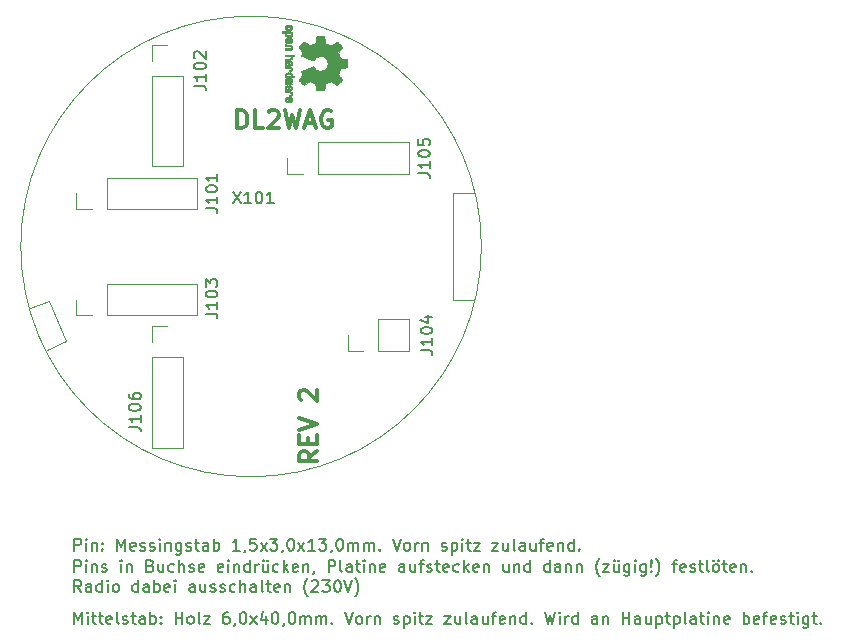
<source format=gbr>
%TF.GenerationSoftware,KiCad,Pcbnew,5.1.12-84ad8e8a86~92~ubuntu20.04.1*%
%TF.CreationDate,2022-08-08T17:47:05+02:00*%
%TF.ProjectId,saba-fernbedienung-anschlussstecker,73616261-2d66-4657-926e-62656469656e,1*%
%TF.SameCoordinates,Original*%
%TF.FileFunction,Legend,Top*%
%TF.FilePolarity,Positive*%
%FSLAX46Y46*%
G04 Gerber Fmt 4.6, Leading zero omitted, Abs format (unit mm)*
G04 Created by KiCad (PCBNEW 5.1.12-84ad8e8a86~92~ubuntu20.04.1) date 2022-08-08 17:47:05*
%MOMM*%
%LPD*%
G01*
G04 APERTURE LIST*
%ADD10C,0.300000*%
%ADD11C,0.120000*%
%ADD12C,0.010000*%
%ADD13C,0.150000*%
G04 APERTURE END LIST*
D10*
X135578571Y-97342857D02*
X134864285Y-97842857D01*
X135578571Y-98200000D02*
X134078571Y-98200000D01*
X134078571Y-97628571D01*
X134150000Y-97485714D01*
X134221428Y-97414285D01*
X134364285Y-97342857D01*
X134578571Y-97342857D01*
X134721428Y-97414285D01*
X134792857Y-97485714D01*
X134864285Y-97628571D01*
X134864285Y-98200000D01*
X134792857Y-96700000D02*
X134792857Y-96200000D01*
X135578571Y-95985714D02*
X135578571Y-96700000D01*
X134078571Y-96700000D01*
X134078571Y-95985714D01*
X134078571Y-95557142D02*
X135578571Y-95057142D01*
X134078571Y-94557142D01*
X134221428Y-92985714D02*
X134150000Y-92914285D01*
X134078571Y-92771428D01*
X134078571Y-92414285D01*
X134150000Y-92271428D01*
X134221428Y-92200000D01*
X134364285Y-92128571D01*
X134507142Y-92128571D01*
X134721428Y-92200000D01*
X135578571Y-93057142D01*
X135578571Y-92128571D01*
X128835714Y-69978571D02*
X128835714Y-68478571D01*
X129192857Y-68478571D01*
X129407142Y-68550000D01*
X129550000Y-68692857D01*
X129621428Y-68835714D01*
X129692857Y-69121428D01*
X129692857Y-69335714D01*
X129621428Y-69621428D01*
X129550000Y-69764285D01*
X129407142Y-69907142D01*
X129192857Y-69978571D01*
X128835714Y-69978571D01*
X131050000Y-69978571D02*
X130335714Y-69978571D01*
X130335714Y-68478571D01*
X131478571Y-68621428D02*
X131550000Y-68550000D01*
X131692857Y-68478571D01*
X132050000Y-68478571D01*
X132192857Y-68550000D01*
X132264285Y-68621428D01*
X132335714Y-68764285D01*
X132335714Y-68907142D01*
X132264285Y-69121428D01*
X131407142Y-69978571D01*
X132335714Y-69978571D01*
X132835714Y-68478571D02*
X133192857Y-69978571D01*
X133478571Y-68907142D01*
X133764285Y-69978571D01*
X134121428Y-68478571D01*
X134621428Y-69550000D02*
X135335714Y-69550000D01*
X134478571Y-69978571D02*
X134978571Y-68478571D01*
X135478571Y-69978571D01*
X136764285Y-68550000D02*
X136621428Y-68478571D01*
X136407142Y-68478571D01*
X136192857Y-68550000D01*
X136050000Y-68692857D01*
X135978571Y-68835714D01*
X135907142Y-69121428D01*
X135907142Y-69335714D01*
X135978571Y-69621428D01*
X136050000Y-69764285D01*
X136192857Y-69907142D01*
X136407142Y-69978571D01*
X136550000Y-69978571D01*
X136764285Y-69907142D01*
X136835714Y-69835714D01*
X136835714Y-69335714D01*
X136550000Y-69335714D01*
D11*
%TO.C,X101*%
X114300000Y-88000000D02*
X112700000Y-88800000D01*
X112900000Y-84600000D02*
X111300000Y-85200000D01*
X112900000Y-84600000D02*
X114300000Y-88000000D01*
X149500000Y-80000000D02*
G75*
G03*
X149500000Y-80000000I-19500000J0D01*
G01*
X148850000Y-75500000D02*
X147100000Y-75500000D01*
X147100000Y-75500000D02*
X147100000Y-84500000D01*
X147100000Y-84500000D02*
X148850000Y-84500000D01*
%TO.C,J101*%
X115170000Y-76830000D02*
X115170000Y-75500000D01*
X116500000Y-76830000D02*
X115170000Y-76830000D01*
X117770000Y-76830000D02*
X117770000Y-74170000D01*
X117770000Y-74170000D02*
X125450000Y-74170000D01*
X117770000Y-76830000D02*
X125450000Y-76830000D01*
X125450000Y-76830000D02*
X125450000Y-74170000D01*
D12*
%TO.C,REF\u002A\u002A*%
G36*
X138157652Y-64603910D02*
G01*
X138157222Y-64682454D01*
X138156058Y-64739298D01*
X138153793Y-64778105D01*
X138150060Y-64802538D01*
X138144494Y-64816262D01*
X138136727Y-64822940D01*
X138126395Y-64826236D01*
X138125057Y-64826556D01*
X138100921Y-64831562D01*
X138053299Y-64840829D01*
X137987259Y-64853392D01*
X137907872Y-64868287D01*
X137820204Y-64884551D01*
X137817125Y-64885119D01*
X137731211Y-64901410D01*
X137655304Y-64916652D01*
X137593955Y-64929861D01*
X137551718Y-64940054D01*
X137533145Y-64946248D01*
X137532816Y-64946543D01*
X137523747Y-64964788D01*
X137508633Y-65002405D01*
X137490738Y-65051271D01*
X137490642Y-65051543D01*
X137467507Y-65113093D01*
X137438035Y-65185657D01*
X137408403Y-65254057D01*
X137406938Y-65257294D01*
X137356374Y-65368702D01*
X137524840Y-65615399D01*
X137576197Y-65691077D01*
X137622111Y-65759631D01*
X137659970Y-65817088D01*
X137687163Y-65859476D01*
X137701079Y-65882825D01*
X137702111Y-65885042D01*
X137697516Y-65902010D01*
X137675345Y-65933701D01*
X137634553Y-65981352D01*
X137574095Y-66046198D01*
X137509773Y-66112397D01*
X137446388Y-66176214D01*
X137388549Y-66233329D01*
X137339825Y-66280305D01*
X137303790Y-66313703D01*
X137284016Y-66330085D01*
X137282998Y-66330694D01*
X137269428Y-66332505D01*
X137247267Y-66325683D01*
X137213522Y-66308540D01*
X137165200Y-66279393D01*
X137099308Y-66236555D01*
X137014483Y-66179448D01*
X136939823Y-66128766D01*
X136872860Y-66083461D01*
X136817484Y-66046150D01*
X136777580Y-66019452D01*
X136757038Y-66005985D01*
X136755644Y-66005137D01*
X136735962Y-66006781D01*
X136697707Y-66019245D01*
X136648111Y-66040048D01*
X136632272Y-66047462D01*
X136561710Y-66079814D01*
X136481647Y-66114328D01*
X136412371Y-66142365D01*
X136360955Y-66162568D01*
X136321881Y-66178615D01*
X136301459Y-66187888D01*
X136299886Y-66189041D01*
X136297279Y-66206096D01*
X136290137Y-66246298D01*
X136279477Y-66304302D01*
X136266315Y-66374763D01*
X136251667Y-66452335D01*
X136236551Y-66531672D01*
X136221982Y-66607431D01*
X136208978Y-66674264D01*
X136198555Y-66726828D01*
X136191730Y-66759776D01*
X136189801Y-66767857D01*
X136185038Y-66776205D01*
X136174282Y-66782506D01*
X136153902Y-66787045D01*
X136120266Y-66790104D01*
X136069745Y-66791967D01*
X135998708Y-66792918D01*
X135903524Y-66793240D01*
X135864508Y-66793257D01*
X135547201Y-66793257D01*
X135532161Y-66717057D01*
X135524005Y-66674663D01*
X135512101Y-66611400D01*
X135497884Y-66534962D01*
X135482790Y-66453043D01*
X135478645Y-66430400D01*
X135463947Y-66354806D01*
X135449495Y-66288953D01*
X135436625Y-66238366D01*
X135426678Y-66208574D01*
X135423713Y-66203612D01*
X135402717Y-66191426D01*
X135362033Y-66173953D01*
X135309678Y-66154577D01*
X135298400Y-66150734D01*
X135228477Y-66125339D01*
X135149582Y-66093817D01*
X135078734Y-66062969D01*
X135078405Y-66062817D01*
X134967267Y-66011447D01*
X134718747Y-66180399D01*
X134470228Y-66349352D01*
X134252942Y-66132429D01*
X134188274Y-66066819D01*
X134131267Y-66006979D01*
X134084967Y-65956267D01*
X134052416Y-65918046D01*
X134036657Y-65895675D01*
X134035657Y-65892466D01*
X134043531Y-65873626D01*
X134065422Y-65835180D01*
X134098733Y-65781330D01*
X134140869Y-65716276D01*
X134188057Y-65645940D01*
X134236190Y-65574555D01*
X134278072Y-65510908D01*
X134311129Y-65459041D01*
X134332782Y-65422995D01*
X134340457Y-65406867D01*
X134333963Y-65387189D01*
X134316850Y-65349875D01*
X134292674Y-65302621D01*
X134289987Y-65297612D01*
X134258073Y-65233977D01*
X134242421Y-65190341D01*
X134242255Y-65163202D01*
X134256796Y-65149057D01*
X134257000Y-65148975D01*
X134274221Y-65141905D01*
X134315101Y-65125042D01*
X134376475Y-65099695D01*
X134455181Y-65067171D01*
X134548053Y-65028778D01*
X134651928Y-64985822D01*
X134752498Y-64944222D01*
X134863484Y-64898504D01*
X134966297Y-64856526D01*
X135057785Y-64819548D01*
X135134799Y-64788827D01*
X135194185Y-64765622D01*
X135232791Y-64751190D01*
X135247200Y-64746743D01*
X135263728Y-64757896D01*
X135290070Y-64787069D01*
X135319113Y-64825971D01*
X135410961Y-64936757D01*
X135516241Y-65023351D01*
X135632734Y-65084716D01*
X135758224Y-65119815D01*
X135890493Y-65127608D01*
X135951543Y-65121943D01*
X136078205Y-65091078D01*
X136190059Y-65037920D01*
X136285999Y-64965767D01*
X136364924Y-64877917D01*
X136425730Y-64777665D01*
X136467313Y-64668310D01*
X136488572Y-64553147D01*
X136488401Y-64435475D01*
X136465699Y-64318590D01*
X136419362Y-64205789D01*
X136348287Y-64100369D01*
X136308089Y-64056368D01*
X136204871Y-63971979D01*
X136092075Y-63913222D01*
X135972990Y-63879704D01*
X135850905Y-63871035D01*
X135729107Y-63886823D01*
X135610884Y-63926678D01*
X135499525Y-63990207D01*
X135398316Y-64077021D01*
X135319113Y-64174029D01*
X135288838Y-64214437D01*
X135262781Y-64242982D01*
X135247175Y-64253257D01*
X135230157Y-64247877D01*
X135189500Y-64232575D01*
X135128358Y-64208612D01*
X135049881Y-64177244D01*
X134957220Y-64139732D01*
X134853528Y-64097333D01*
X134752474Y-64055663D01*
X134641393Y-64009690D01*
X134538459Y-63967107D01*
X134446835Y-63929221D01*
X134369684Y-63897340D01*
X134310169Y-63872771D01*
X134271456Y-63856820D01*
X134257000Y-63850910D01*
X134242315Y-63836948D01*
X134242358Y-63809940D01*
X134257901Y-63766413D01*
X134289716Y-63702890D01*
X134289987Y-63702388D01*
X134314677Y-63654560D01*
X134332662Y-63615897D01*
X134340386Y-63594095D01*
X134340457Y-63593133D01*
X134332622Y-63576721D01*
X134310835Y-63540487D01*
X134277672Y-63488474D01*
X134235709Y-63424725D01*
X134188057Y-63354060D01*
X134139809Y-63282116D01*
X134097849Y-63217274D01*
X134064773Y-63163735D01*
X134043179Y-63125697D01*
X134035657Y-63107533D01*
X134045543Y-63090808D01*
X134073174Y-63057180D01*
X134115505Y-63010010D01*
X134169495Y-62952658D01*
X134232101Y-62888484D01*
X134253017Y-62867497D01*
X134470377Y-62650499D01*
X134712780Y-62815668D01*
X134787219Y-62865864D01*
X134854028Y-62909919D01*
X134909335Y-62945362D01*
X134949271Y-62969719D01*
X134969964Y-62980522D01*
X134971437Y-62980838D01*
X134990942Y-62975143D01*
X135030178Y-62959826D01*
X135082570Y-62937537D01*
X135117645Y-62921893D01*
X135184799Y-62892641D01*
X135252642Y-62865094D01*
X135309966Y-62843737D01*
X135327428Y-62837935D01*
X135374062Y-62821452D01*
X135410095Y-62805340D01*
X135423713Y-62796490D01*
X135432048Y-62776960D01*
X135443863Y-62734334D01*
X135457819Y-62674145D01*
X135472578Y-62601922D01*
X135478645Y-62569600D01*
X135493727Y-62487522D01*
X135508331Y-62408795D01*
X135521020Y-62341109D01*
X135530358Y-62292160D01*
X135532161Y-62282943D01*
X135547201Y-62206743D01*
X135864508Y-62206743D01*
X135968846Y-62206914D01*
X136047787Y-62207616D01*
X136104962Y-62209134D01*
X136144001Y-62211749D01*
X136168535Y-62215746D01*
X136182195Y-62221409D01*
X136188611Y-62229020D01*
X136189801Y-62232143D01*
X136194020Y-62250978D01*
X136202438Y-62292588D01*
X136214039Y-62351630D01*
X136227805Y-62422757D01*
X136242720Y-62500625D01*
X136257768Y-62579887D01*
X136271931Y-62655198D01*
X136284194Y-62721213D01*
X136293539Y-62772587D01*
X136298950Y-62803975D01*
X136299886Y-62810959D01*
X136312404Y-62817285D01*
X136345754Y-62831290D01*
X136393623Y-62850355D01*
X136412371Y-62857634D01*
X136484805Y-62886996D01*
X136564830Y-62921571D01*
X136632272Y-62952537D01*
X136683841Y-62975323D01*
X136726215Y-62990482D01*
X136752166Y-62995542D01*
X136755644Y-62994736D01*
X136772064Y-62984041D01*
X136808583Y-62959620D01*
X136861313Y-62924095D01*
X136926365Y-62880087D01*
X136999849Y-62830217D01*
X137014355Y-62820356D01*
X137100296Y-62762492D01*
X137165739Y-62719956D01*
X137213696Y-62691054D01*
X137247180Y-62674090D01*
X137269205Y-62667367D01*
X137282783Y-62669190D01*
X137282869Y-62669236D01*
X137300703Y-62683586D01*
X137335183Y-62715323D01*
X137382732Y-62761010D01*
X137439778Y-62817204D01*
X137502745Y-62880468D01*
X137509773Y-62887602D01*
X137586980Y-62967330D01*
X137643670Y-63028857D01*
X137680890Y-63073421D01*
X137699685Y-63102257D01*
X137702111Y-63114958D01*
X137691529Y-63133494D01*
X137667084Y-63171961D01*
X137631388Y-63226386D01*
X137587053Y-63292798D01*
X137536689Y-63367225D01*
X137524840Y-63384601D01*
X137356374Y-63631297D01*
X137406938Y-63742706D01*
X137436405Y-63810457D01*
X137466041Y-63883183D01*
X137489670Y-63945703D01*
X137490642Y-63948457D01*
X137508543Y-63997360D01*
X137523680Y-64035057D01*
X137532790Y-64053425D01*
X137532816Y-64053456D01*
X137549283Y-64059285D01*
X137589781Y-64069192D01*
X137649758Y-64082195D01*
X137724660Y-64097309D01*
X137809936Y-64113552D01*
X137817125Y-64114881D01*
X137904986Y-64131175D01*
X137984740Y-64146133D01*
X138051319Y-64158791D01*
X138099653Y-64168186D01*
X138124675Y-64173354D01*
X138125057Y-64173444D01*
X138135701Y-64176589D01*
X138143738Y-64182704D01*
X138149533Y-64195453D01*
X138153453Y-64218500D01*
X138155865Y-64255509D01*
X138157135Y-64310144D01*
X138157629Y-64386067D01*
X138157714Y-64486944D01*
X138157714Y-64500000D01*
X138157652Y-64603910D01*
G37*
X138157652Y-64603910D02*
X138157222Y-64682454D01*
X138156058Y-64739298D01*
X138153793Y-64778105D01*
X138150060Y-64802538D01*
X138144494Y-64816262D01*
X138136727Y-64822940D01*
X138126395Y-64826236D01*
X138125057Y-64826556D01*
X138100921Y-64831562D01*
X138053299Y-64840829D01*
X137987259Y-64853392D01*
X137907872Y-64868287D01*
X137820204Y-64884551D01*
X137817125Y-64885119D01*
X137731211Y-64901410D01*
X137655304Y-64916652D01*
X137593955Y-64929861D01*
X137551718Y-64940054D01*
X137533145Y-64946248D01*
X137532816Y-64946543D01*
X137523747Y-64964788D01*
X137508633Y-65002405D01*
X137490738Y-65051271D01*
X137490642Y-65051543D01*
X137467507Y-65113093D01*
X137438035Y-65185657D01*
X137408403Y-65254057D01*
X137406938Y-65257294D01*
X137356374Y-65368702D01*
X137524840Y-65615399D01*
X137576197Y-65691077D01*
X137622111Y-65759631D01*
X137659970Y-65817088D01*
X137687163Y-65859476D01*
X137701079Y-65882825D01*
X137702111Y-65885042D01*
X137697516Y-65902010D01*
X137675345Y-65933701D01*
X137634553Y-65981352D01*
X137574095Y-66046198D01*
X137509773Y-66112397D01*
X137446388Y-66176214D01*
X137388549Y-66233329D01*
X137339825Y-66280305D01*
X137303790Y-66313703D01*
X137284016Y-66330085D01*
X137282998Y-66330694D01*
X137269428Y-66332505D01*
X137247267Y-66325683D01*
X137213522Y-66308540D01*
X137165200Y-66279393D01*
X137099308Y-66236555D01*
X137014483Y-66179448D01*
X136939823Y-66128766D01*
X136872860Y-66083461D01*
X136817484Y-66046150D01*
X136777580Y-66019452D01*
X136757038Y-66005985D01*
X136755644Y-66005137D01*
X136735962Y-66006781D01*
X136697707Y-66019245D01*
X136648111Y-66040048D01*
X136632272Y-66047462D01*
X136561710Y-66079814D01*
X136481647Y-66114328D01*
X136412371Y-66142365D01*
X136360955Y-66162568D01*
X136321881Y-66178615D01*
X136301459Y-66187888D01*
X136299886Y-66189041D01*
X136297279Y-66206096D01*
X136290137Y-66246298D01*
X136279477Y-66304302D01*
X136266315Y-66374763D01*
X136251667Y-66452335D01*
X136236551Y-66531672D01*
X136221982Y-66607431D01*
X136208978Y-66674264D01*
X136198555Y-66726828D01*
X136191730Y-66759776D01*
X136189801Y-66767857D01*
X136185038Y-66776205D01*
X136174282Y-66782506D01*
X136153902Y-66787045D01*
X136120266Y-66790104D01*
X136069745Y-66791967D01*
X135998708Y-66792918D01*
X135903524Y-66793240D01*
X135864508Y-66793257D01*
X135547201Y-66793257D01*
X135532161Y-66717057D01*
X135524005Y-66674663D01*
X135512101Y-66611400D01*
X135497884Y-66534962D01*
X135482790Y-66453043D01*
X135478645Y-66430400D01*
X135463947Y-66354806D01*
X135449495Y-66288953D01*
X135436625Y-66238366D01*
X135426678Y-66208574D01*
X135423713Y-66203612D01*
X135402717Y-66191426D01*
X135362033Y-66173953D01*
X135309678Y-66154577D01*
X135298400Y-66150734D01*
X135228477Y-66125339D01*
X135149582Y-66093817D01*
X135078734Y-66062969D01*
X135078405Y-66062817D01*
X134967267Y-66011447D01*
X134718747Y-66180399D01*
X134470228Y-66349352D01*
X134252942Y-66132429D01*
X134188274Y-66066819D01*
X134131267Y-66006979D01*
X134084967Y-65956267D01*
X134052416Y-65918046D01*
X134036657Y-65895675D01*
X134035657Y-65892466D01*
X134043531Y-65873626D01*
X134065422Y-65835180D01*
X134098733Y-65781330D01*
X134140869Y-65716276D01*
X134188057Y-65645940D01*
X134236190Y-65574555D01*
X134278072Y-65510908D01*
X134311129Y-65459041D01*
X134332782Y-65422995D01*
X134340457Y-65406867D01*
X134333963Y-65387189D01*
X134316850Y-65349875D01*
X134292674Y-65302621D01*
X134289987Y-65297612D01*
X134258073Y-65233977D01*
X134242421Y-65190341D01*
X134242255Y-65163202D01*
X134256796Y-65149057D01*
X134257000Y-65148975D01*
X134274221Y-65141905D01*
X134315101Y-65125042D01*
X134376475Y-65099695D01*
X134455181Y-65067171D01*
X134548053Y-65028778D01*
X134651928Y-64985822D01*
X134752498Y-64944222D01*
X134863484Y-64898504D01*
X134966297Y-64856526D01*
X135057785Y-64819548D01*
X135134799Y-64788827D01*
X135194185Y-64765622D01*
X135232791Y-64751190D01*
X135247200Y-64746743D01*
X135263728Y-64757896D01*
X135290070Y-64787069D01*
X135319113Y-64825971D01*
X135410961Y-64936757D01*
X135516241Y-65023351D01*
X135632734Y-65084716D01*
X135758224Y-65119815D01*
X135890493Y-65127608D01*
X135951543Y-65121943D01*
X136078205Y-65091078D01*
X136190059Y-65037920D01*
X136285999Y-64965767D01*
X136364924Y-64877917D01*
X136425730Y-64777665D01*
X136467313Y-64668310D01*
X136488572Y-64553147D01*
X136488401Y-64435475D01*
X136465699Y-64318590D01*
X136419362Y-64205789D01*
X136348287Y-64100369D01*
X136308089Y-64056368D01*
X136204871Y-63971979D01*
X136092075Y-63913222D01*
X135972990Y-63879704D01*
X135850905Y-63871035D01*
X135729107Y-63886823D01*
X135610884Y-63926678D01*
X135499525Y-63990207D01*
X135398316Y-64077021D01*
X135319113Y-64174029D01*
X135288838Y-64214437D01*
X135262781Y-64242982D01*
X135247175Y-64253257D01*
X135230157Y-64247877D01*
X135189500Y-64232575D01*
X135128358Y-64208612D01*
X135049881Y-64177244D01*
X134957220Y-64139732D01*
X134853528Y-64097333D01*
X134752474Y-64055663D01*
X134641393Y-64009690D01*
X134538459Y-63967107D01*
X134446835Y-63929221D01*
X134369684Y-63897340D01*
X134310169Y-63872771D01*
X134271456Y-63856820D01*
X134257000Y-63850910D01*
X134242315Y-63836948D01*
X134242358Y-63809940D01*
X134257901Y-63766413D01*
X134289716Y-63702890D01*
X134289987Y-63702388D01*
X134314677Y-63654560D01*
X134332662Y-63615897D01*
X134340386Y-63594095D01*
X134340457Y-63593133D01*
X134332622Y-63576721D01*
X134310835Y-63540487D01*
X134277672Y-63488474D01*
X134235709Y-63424725D01*
X134188057Y-63354060D01*
X134139809Y-63282116D01*
X134097849Y-63217274D01*
X134064773Y-63163735D01*
X134043179Y-63125697D01*
X134035657Y-63107533D01*
X134045543Y-63090808D01*
X134073174Y-63057180D01*
X134115505Y-63010010D01*
X134169495Y-62952658D01*
X134232101Y-62888484D01*
X134253017Y-62867497D01*
X134470377Y-62650499D01*
X134712780Y-62815668D01*
X134787219Y-62865864D01*
X134854028Y-62909919D01*
X134909335Y-62945362D01*
X134949271Y-62969719D01*
X134969964Y-62980522D01*
X134971437Y-62980838D01*
X134990942Y-62975143D01*
X135030178Y-62959826D01*
X135082570Y-62937537D01*
X135117645Y-62921893D01*
X135184799Y-62892641D01*
X135252642Y-62865094D01*
X135309966Y-62843737D01*
X135327428Y-62837935D01*
X135374062Y-62821452D01*
X135410095Y-62805340D01*
X135423713Y-62796490D01*
X135432048Y-62776960D01*
X135443863Y-62734334D01*
X135457819Y-62674145D01*
X135472578Y-62601922D01*
X135478645Y-62569600D01*
X135493727Y-62487522D01*
X135508331Y-62408795D01*
X135521020Y-62341109D01*
X135530358Y-62292160D01*
X135532161Y-62282943D01*
X135547201Y-62206743D01*
X135864508Y-62206743D01*
X135968846Y-62206914D01*
X136047787Y-62207616D01*
X136104962Y-62209134D01*
X136144001Y-62211749D01*
X136168535Y-62215746D01*
X136182195Y-62221409D01*
X136188611Y-62229020D01*
X136189801Y-62232143D01*
X136194020Y-62250978D01*
X136202438Y-62292588D01*
X136214039Y-62351630D01*
X136227805Y-62422757D01*
X136242720Y-62500625D01*
X136257768Y-62579887D01*
X136271931Y-62655198D01*
X136284194Y-62721213D01*
X136293539Y-62772587D01*
X136298950Y-62803975D01*
X136299886Y-62810959D01*
X136312404Y-62817285D01*
X136345754Y-62831290D01*
X136393623Y-62850355D01*
X136412371Y-62857634D01*
X136484805Y-62886996D01*
X136564830Y-62921571D01*
X136632272Y-62952537D01*
X136683841Y-62975323D01*
X136726215Y-62990482D01*
X136752166Y-62995542D01*
X136755644Y-62994736D01*
X136772064Y-62984041D01*
X136808583Y-62959620D01*
X136861313Y-62924095D01*
X136926365Y-62880087D01*
X136999849Y-62830217D01*
X137014355Y-62820356D01*
X137100296Y-62762492D01*
X137165739Y-62719956D01*
X137213696Y-62691054D01*
X137247180Y-62674090D01*
X137269205Y-62667367D01*
X137282783Y-62669190D01*
X137282869Y-62669236D01*
X137300703Y-62683586D01*
X137335183Y-62715323D01*
X137382732Y-62761010D01*
X137439778Y-62817204D01*
X137502745Y-62880468D01*
X137509773Y-62887602D01*
X137586980Y-62967330D01*
X137643670Y-63028857D01*
X137680890Y-63073421D01*
X137699685Y-63102257D01*
X137702111Y-63114958D01*
X137691529Y-63133494D01*
X137667084Y-63171961D01*
X137631388Y-63226386D01*
X137587053Y-63292798D01*
X137536689Y-63367225D01*
X137524840Y-63384601D01*
X137356374Y-63631297D01*
X137406938Y-63742706D01*
X137436405Y-63810457D01*
X137466041Y-63883183D01*
X137489670Y-63945703D01*
X137490642Y-63948457D01*
X137508543Y-63997360D01*
X137523680Y-64035057D01*
X137532790Y-64053425D01*
X137532816Y-64053456D01*
X137549283Y-64059285D01*
X137589781Y-64069192D01*
X137649758Y-64082195D01*
X137724660Y-64097309D01*
X137809936Y-64113552D01*
X137817125Y-64114881D01*
X137904986Y-64131175D01*
X137984740Y-64146133D01*
X138051319Y-64158791D01*
X138099653Y-64168186D01*
X138124675Y-64173354D01*
X138125057Y-64173444D01*
X138135701Y-64176589D01*
X138143738Y-64182704D01*
X138149533Y-64195453D01*
X138153453Y-64218500D01*
X138155865Y-64255509D01*
X138157135Y-64310144D01*
X138157629Y-64386067D01*
X138157714Y-64486944D01*
X138157714Y-64500000D01*
X138157652Y-64603910D01*
G36*
X133433034Y-67653595D02*
G01*
X133395503Y-67711021D01*
X133361904Y-67738719D01*
X133300936Y-67760662D01*
X133252692Y-67762405D01*
X133188184Y-67758457D01*
X133123066Y-67609686D01*
X133089798Y-67537349D01*
X133063036Y-67490084D01*
X133039856Y-67465507D01*
X133017333Y-67461237D01*
X132992545Y-67474889D01*
X132976114Y-67489943D01*
X132949765Y-67533746D01*
X132947919Y-67581389D01*
X132968454Y-67625145D01*
X133009248Y-67657289D01*
X133023653Y-67663038D01*
X133068644Y-67690576D01*
X133087818Y-67722258D01*
X133104221Y-67765714D01*
X133042034Y-67765714D01*
X132999717Y-67761872D01*
X132964031Y-67746823D01*
X132923057Y-67715280D01*
X132917733Y-67710592D01*
X132881280Y-67675506D01*
X132861717Y-67645347D01*
X132852717Y-67607615D01*
X132849770Y-67576335D01*
X132849035Y-67520385D01*
X132858340Y-67480555D01*
X132872154Y-67455708D01*
X132902533Y-67416656D01*
X132935387Y-67389625D01*
X132976706Y-67372517D01*
X133032479Y-67363238D01*
X133108695Y-67359693D01*
X133147378Y-67359410D01*
X133193753Y-67360372D01*
X133193753Y-67448007D01*
X133168874Y-67449023D01*
X133164800Y-67451556D01*
X133170335Y-67468274D01*
X133184983Y-67504249D01*
X133205810Y-67552331D01*
X133210286Y-67562386D01*
X133241186Y-67623152D01*
X133268343Y-67656632D01*
X133293780Y-67663990D01*
X133319519Y-67646391D01*
X133330891Y-67631856D01*
X133353636Y-67579410D01*
X133349878Y-67530322D01*
X133322116Y-67489227D01*
X133272848Y-67460758D01*
X133233743Y-67451631D01*
X133193753Y-67448007D01*
X133193753Y-67360372D01*
X133237751Y-67361285D01*
X133304616Y-67368196D01*
X133353305Y-67381884D01*
X133389151Y-67404096D01*
X133417487Y-67436574D01*
X133426645Y-67450733D01*
X133450493Y-67515053D01*
X133451994Y-67585473D01*
X133433034Y-67653595D01*
G37*
X133433034Y-67653595D02*
X133395503Y-67711021D01*
X133361904Y-67738719D01*
X133300936Y-67760662D01*
X133252692Y-67762405D01*
X133188184Y-67758457D01*
X133123066Y-67609686D01*
X133089798Y-67537349D01*
X133063036Y-67490084D01*
X133039856Y-67465507D01*
X133017333Y-67461237D01*
X132992545Y-67474889D01*
X132976114Y-67489943D01*
X132949765Y-67533746D01*
X132947919Y-67581389D01*
X132968454Y-67625145D01*
X133009248Y-67657289D01*
X133023653Y-67663038D01*
X133068644Y-67690576D01*
X133087818Y-67722258D01*
X133104221Y-67765714D01*
X133042034Y-67765714D01*
X132999717Y-67761872D01*
X132964031Y-67746823D01*
X132923057Y-67715280D01*
X132917733Y-67710592D01*
X132881280Y-67675506D01*
X132861717Y-67645347D01*
X132852717Y-67607615D01*
X132849770Y-67576335D01*
X132849035Y-67520385D01*
X132858340Y-67480555D01*
X132872154Y-67455708D01*
X132902533Y-67416656D01*
X132935387Y-67389625D01*
X132976706Y-67372517D01*
X133032479Y-67363238D01*
X133108695Y-67359693D01*
X133147378Y-67359410D01*
X133193753Y-67360372D01*
X133193753Y-67448007D01*
X133168874Y-67449023D01*
X133164800Y-67451556D01*
X133170335Y-67468274D01*
X133184983Y-67504249D01*
X133205810Y-67552331D01*
X133210286Y-67562386D01*
X133241186Y-67623152D01*
X133268343Y-67656632D01*
X133293780Y-67663990D01*
X133319519Y-67646391D01*
X133330891Y-67631856D01*
X133353636Y-67579410D01*
X133349878Y-67530322D01*
X133322116Y-67489227D01*
X133272848Y-67460758D01*
X133233743Y-67451631D01*
X133193753Y-67448007D01*
X133193753Y-67360372D01*
X133237751Y-67361285D01*
X133304616Y-67368196D01*
X133353305Y-67381884D01*
X133389151Y-67404096D01*
X133417487Y-67436574D01*
X133426645Y-67450733D01*
X133450493Y-67515053D01*
X133451994Y-67585473D01*
X133433034Y-67653595D01*
G36*
X133441248Y-67152600D02*
G01*
X133433666Y-67169948D01*
X133400872Y-67211356D01*
X133353453Y-67246765D01*
X133302849Y-67268664D01*
X133277902Y-67272229D01*
X133243073Y-67260279D01*
X133224643Y-67234067D01*
X133213484Y-67205964D01*
X133211428Y-67193095D01*
X133226351Y-67186829D01*
X133258825Y-67174456D01*
X133273498Y-67169028D01*
X133324256Y-67138590D01*
X133349573Y-67094520D01*
X133348794Y-67038010D01*
X133347797Y-67033825D01*
X133333493Y-67003655D01*
X133305607Y-66981476D01*
X133260713Y-66966327D01*
X133195385Y-66957250D01*
X133106196Y-66953286D01*
X133058739Y-66952914D01*
X132983929Y-66952730D01*
X132932931Y-66951522D01*
X132900529Y-66948309D01*
X132881505Y-66942109D01*
X132870644Y-66931940D01*
X132862728Y-66916819D01*
X132862330Y-66915946D01*
X132850019Y-66886828D01*
X132845486Y-66872403D01*
X132859191Y-66870186D01*
X132897075Y-66868289D01*
X132954285Y-66866847D01*
X133025973Y-66865998D01*
X133078435Y-66865829D01*
X133179953Y-66866692D01*
X133256968Y-66870070D01*
X133313977Y-66877142D01*
X133355474Y-66889088D01*
X133385957Y-66907090D01*
X133409920Y-66932327D01*
X133426645Y-66957247D01*
X133448903Y-67017171D01*
X133453924Y-67086911D01*
X133441248Y-67152600D01*
G37*
X133441248Y-67152600D02*
X133433666Y-67169948D01*
X133400872Y-67211356D01*
X133353453Y-67246765D01*
X133302849Y-67268664D01*
X133277902Y-67272229D01*
X133243073Y-67260279D01*
X133224643Y-67234067D01*
X133213484Y-67205964D01*
X133211428Y-67193095D01*
X133226351Y-67186829D01*
X133258825Y-67174456D01*
X133273498Y-67169028D01*
X133324256Y-67138590D01*
X133349573Y-67094520D01*
X133348794Y-67038010D01*
X133347797Y-67033825D01*
X133333493Y-67003655D01*
X133305607Y-66981476D01*
X133260713Y-66966327D01*
X133195385Y-66957250D01*
X133106196Y-66953286D01*
X133058739Y-66952914D01*
X132983929Y-66952730D01*
X132932931Y-66951522D01*
X132900529Y-66948309D01*
X132881505Y-66942109D01*
X132870644Y-66931940D01*
X132862728Y-66916819D01*
X132862330Y-66915946D01*
X132850019Y-66886828D01*
X132845486Y-66872403D01*
X132859191Y-66870186D01*
X132897075Y-66868289D01*
X132954285Y-66866847D01*
X133025973Y-66865998D01*
X133078435Y-66865829D01*
X133179953Y-66866692D01*
X133256968Y-66870070D01*
X133313977Y-66877142D01*
X133355474Y-66889088D01*
X133385957Y-66907090D01*
X133409920Y-66932327D01*
X133426645Y-66957247D01*
X133448903Y-67017171D01*
X133453924Y-67086911D01*
X133441248Y-67152600D01*
G36*
X133443665Y-66644876D02*
G01*
X133424656Y-66686667D01*
X133401622Y-66719469D01*
X133375867Y-66743503D01*
X133342642Y-66760097D01*
X133297200Y-66770577D01*
X133234793Y-66776271D01*
X133150673Y-66778507D01*
X133095279Y-66778743D01*
X132879174Y-66778743D01*
X132862330Y-66741774D01*
X132850019Y-66712656D01*
X132845486Y-66698231D01*
X132858975Y-66695472D01*
X132895347Y-66693282D01*
X132948458Y-66691942D01*
X132990628Y-66691657D01*
X133051553Y-66690434D01*
X133099885Y-66687136D01*
X133129482Y-66682321D01*
X133135771Y-66678496D01*
X133129348Y-66652783D01*
X133112875Y-66612418D01*
X133090542Y-66565679D01*
X133066543Y-66520845D01*
X133045070Y-66486193D01*
X133030315Y-66470002D01*
X133030155Y-66469938D01*
X133002848Y-66471330D01*
X132976781Y-66483818D01*
X132955608Y-66505743D01*
X132948526Y-66537743D01*
X132949351Y-66565092D01*
X132949958Y-66603826D01*
X132940884Y-66624158D01*
X132916908Y-66636369D01*
X132912387Y-66637909D01*
X132878194Y-66643203D01*
X132857432Y-66629047D01*
X132847538Y-66592148D01*
X132845708Y-66552289D01*
X132859273Y-66480562D01*
X132878645Y-66443432D01*
X132924155Y-66397576D01*
X132980017Y-66373256D01*
X133039043Y-66371073D01*
X133094047Y-66391629D01*
X133128514Y-66422549D01*
X133147811Y-66453420D01*
X133172241Y-66501942D01*
X133197015Y-66558485D01*
X133200801Y-66567910D01*
X133228209Y-66630019D01*
X133252366Y-66665822D01*
X133276381Y-66677337D01*
X133303365Y-66666580D01*
X133324457Y-66648114D01*
X133350428Y-66604469D01*
X133352376Y-66556446D01*
X133332363Y-66512406D01*
X133292449Y-66480709D01*
X133282152Y-66476549D01*
X133244276Y-66452327D01*
X133216158Y-66416965D01*
X133193083Y-66372343D01*
X133258515Y-66372343D01*
X133298494Y-66374969D01*
X133330003Y-66386230D01*
X133363622Y-66411199D01*
X133389516Y-66435169D01*
X133426183Y-66472441D01*
X133445879Y-66501401D01*
X133453780Y-66532505D01*
X133455086Y-66567713D01*
X133443665Y-66644876D01*
G37*
X133443665Y-66644876D02*
X133424656Y-66686667D01*
X133401622Y-66719469D01*
X133375867Y-66743503D01*
X133342642Y-66760097D01*
X133297200Y-66770577D01*
X133234793Y-66776271D01*
X133150673Y-66778507D01*
X133095279Y-66778743D01*
X132879174Y-66778743D01*
X132862330Y-66741774D01*
X132850019Y-66712656D01*
X132845486Y-66698231D01*
X132858975Y-66695472D01*
X132895347Y-66693282D01*
X132948458Y-66691942D01*
X132990628Y-66691657D01*
X133051553Y-66690434D01*
X133099885Y-66687136D01*
X133129482Y-66682321D01*
X133135771Y-66678496D01*
X133129348Y-66652783D01*
X133112875Y-66612418D01*
X133090542Y-66565679D01*
X133066543Y-66520845D01*
X133045070Y-66486193D01*
X133030315Y-66470002D01*
X133030155Y-66469938D01*
X133002848Y-66471330D01*
X132976781Y-66483818D01*
X132955608Y-66505743D01*
X132948526Y-66537743D01*
X132949351Y-66565092D01*
X132949958Y-66603826D01*
X132940884Y-66624158D01*
X132916908Y-66636369D01*
X132912387Y-66637909D01*
X132878194Y-66643203D01*
X132857432Y-66629047D01*
X132847538Y-66592148D01*
X132845708Y-66552289D01*
X132859273Y-66480562D01*
X132878645Y-66443432D01*
X132924155Y-66397576D01*
X132980017Y-66373256D01*
X133039043Y-66371073D01*
X133094047Y-66391629D01*
X133128514Y-66422549D01*
X133147811Y-66453420D01*
X133172241Y-66501942D01*
X133197015Y-66558485D01*
X133200801Y-66567910D01*
X133228209Y-66630019D01*
X133252366Y-66665822D01*
X133276381Y-66677337D01*
X133303365Y-66666580D01*
X133324457Y-66648114D01*
X133350428Y-66604469D01*
X133352376Y-66556446D01*
X133332363Y-66512406D01*
X133292449Y-66480709D01*
X133282152Y-66476549D01*
X133244276Y-66452327D01*
X133216158Y-66416965D01*
X133193083Y-66372343D01*
X133258515Y-66372343D01*
X133298494Y-66374969D01*
X133330003Y-66386230D01*
X133363622Y-66411199D01*
X133389516Y-66435169D01*
X133426183Y-66472441D01*
X133445879Y-66501401D01*
X133453780Y-66532505D01*
X133455086Y-66567713D01*
X133443665Y-66644876D01*
G36*
X133441337Y-66279833D02*
G01*
X133403150Y-66282048D01*
X133345114Y-66283784D01*
X133271820Y-66284899D01*
X133194945Y-66285257D01*
X132934804Y-66285257D01*
X132888873Y-66239326D01*
X132860571Y-66207675D01*
X132849107Y-66179890D01*
X132849832Y-66141915D01*
X132851679Y-66126840D01*
X132857052Y-66079726D01*
X132860131Y-66040756D01*
X132860415Y-66031257D01*
X132858555Y-65999233D01*
X132853886Y-65953432D01*
X132851679Y-65935674D01*
X132848265Y-65892057D01*
X132855680Y-65862745D01*
X132878573Y-65833680D01*
X132888873Y-65823188D01*
X132934804Y-65777257D01*
X133421398Y-65777257D01*
X133438242Y-65814226D01*
X133450718Y-65846059D01*
X133455086Y-65864683D01*
X133441282Y-65869458D01*
X133402714Y-65873921D01*
X133343644Y-65877775D01*
X133268337Y-65880722D01*
X133204714Y-65882143D01*
X132954343Y-65886114D01*
X132949444Y-65920759D01*
X132952869Y-65952268D01*
X132963959Y-65967708D01*
X132984692Y-65972023D01*
X133028855Y-65975708D01*
X133090854Y-65978469D01*
X133165091Y-65980012D01*
X133203294Y-65980235D01*
X133423217Y-65980457D01*
X133439151Y-66026166D01*
X133449985Y-66058518D01*
X133455038Y-66076115D01*
X133455086Y-66076623D01*
X133441352Y-66078388D01*
X133403270Y-66080329D01*
X133345518Y-66082282D01*
X133272773Y-66084084D01*
X133204714Y-66085343D01*
X132954343Y-66089314D01*
X132954343Y-66176400D01*
X133182760Y-66180396D01*
X133411178Y-66184392D01*
X133433132Y-66226847D01*
X133448207Y-66258192D01*
X133455049Y-66276744D01*
X133455086Y-66277279D01*
X133441337Y-66279833D01*
G37*
X133441337Y-66279833D02*
X133403150Y-66282048D01*
X133345114Y-66283784D01*
X133271820Y-66284899D01*
X133194945Y-66285257D01*
X132934804Y-66285257D01*
X132888873Y-66239326D01*
X132860571Y-66207675D01*
X132849107Y-66179890D01*
X132849832Y-66141915D01*
X132851679Y-66126840D01*
X132857052Y-66079726D01*
X132860131Y-66040756D01*
X132860415Y-66031257D01*
X132858555Y-65999233D01*
X132853886Y-65953432D01*
X132851679Y-65935674D01*
X132848265Y-65892057D01*
X132855680Y-65862745D01*
X132878573Y-65833680D01*
X132888873Y-65823188D01*
X132934804Y-65777257D01*
X133421398Y-65777257D01*
X133438242Y-65814226D01*
X133450718Y-65846059D01*
X133455086Y-65864683D01*
X133441282Y-65869458D01*
X133402714Y-65873921D01*
X133343644Y-65877775D01*
X133268337Y-65880722D01*
X133204714Y-65882143D01*
X132954343Y-65886114D01*
X132949444Y-65920759D01*
X132952869Y-65952268D01*
X132963959Y-65967708D01*
X132984692Y-65972023D01*
X133028855Y-65975708D01*
X133090854Y-65978469D01*
X133165091Y-65980012D01*
X133203294Y-65980235D01*
X133423217Y-65980457D01*
X133439151Y-66026166D01*
X133449985Y-66058518D01*
X133455038Y-66076115D01*
X133455086Y-66076623D01*
X133441352Y-66078388D01*
X133403270Y-66080329D01*
X133345518Y-66082282D01*
X133272773Y-66084084D01*
X133204714Y-66085343D01*
X132954343Y-66089314D01*
X132954343Y-66176400D01*
X133182760Y-66180396D01*
X133411178Y-66184392D01*
X133433132Y-66226847D01*
X133448207Y-66258192D01*
X133455049Y-66276744D01*
X133455086Y-66277279D01*
X133441337Y-66279833D01*
G36*
X133334642Y-65690117D02*
G01*
X133226163Y-65689933D01*
X133142713Y-65689219D01*
X133080296Y-65687675D01*
X133034915Y-65685001D01*
X133002571Y-65680894D01*
X132979267Y-65675055D01*
X132961005Y-65667182D01*
X132950582Y-65661221D01*
X132894055Y-65611855D01*
X132858623Y-65549264D01*
X132845910Y-65480013D01*
X132857537Y-65410668D01*
X132878432Y-65369375D01*
X132914578Y-65326025D01*
X132958724Y-65296481D01*
X133016538Y-65278655D01*
X133093687Y-65270463D01*
X133150286Y-65269302D01*
X133154353Y-65269458D01*
X133154353Y-65370857D01*
X133089450Y-65371476D01*
X133046486Y-65374314D01*
X133018378Y-65380840D01*
X132998047Y-65392523D01*
X132982712Y-65406483D01*
X132953110Y-65453365D01*
X132950581Y-65503701D01*
X132975295Y-65551276D01*
X132978644Y-65554979D01*
X132996065Y-65570783D01*
X133016791Y-65580693D01*
X133047638Y-65586058D01*
X133095423Y-65588228D01*
X133148252Y-65588571D01*
X133214619Y-65587827D01*
X133258894Y-65584748D01*
X133287991Y-65578061D01*
X133308827Y-65566496D01*
X133319893Y-65557013D01*
X133347802Y-65512960D01*
X133351157Y-65462224D01*
X133329841Y-65413796D01*
X133321927Y-65404450D01*
X133304353Y-65388540D01*
X133283413Y-65378610D01*
X133252218Y-65373278D01*
X133203878Y-65371163D01*
X133154353Y-65370857D01*
X133154353Y-65269458D01*
X133241432Y-65272810D01*
X133309914Y-65284726D01*
X133361400Y-65307135D01*
X133401557Y-65342124D01*
X133422139Y-65369375D01*
X133444375Y-65418907D01*
X133454696Y-65476316D01*
X133451933Y-65529682D01*
X133440788Y-65559543D01*
X133437617Y-65571261D01*
X133449443Y-65579037D01*
X133481134Y-65584465D01*
X133529407Y-65588571D01*
X133583171Y-65593067D01*
X133615518Y-65599313D01*
X133634015Y-65610676D01*
X133646230Y-65630528D01*
X133651638Y-65643000D01*
X133671399Y-65690171D01*
X133334642Y-65690117D01*
G37*
X133334642Y-65690117D02*
X133226163Y-65689933D01*
X133142713Y-65689219D01*
X133080296Y-65687675D01*
X133034915Y-65685001D01*
X133002571Y-65680894D01*
X132979267Y-65675055D01*
X132961005Y-65667182D01*
X132950582Y-65661221D01*
X132894055Y-65611855D01*
X132858623Y-65549264D01*
X132845910Y-65480013D01*
X132857537Y-65410668D01*
X132878432Y-65369375D01*
X132914578Y-65326025D01*
X132958724Y-65296481D01*
X133016538Y-65278655D01*
X133093687Y-65270463D01*
X133150286Y-65269302D01*
X133154353Y-65269458D01*
X133154353Y-65370857D01*
X133089450Y-65371476D01*
X133046486Y-65374314D01*
X133018378Y-65380840D01*
X132998047Y-65392523D01*
X132982712Y-65406483D01*
X132953110Y-65453365D01*
X132950581Y-65503701D01*
X132975295Y-65551276D01*
X132978644Y-65554979D01*
X132996065Y-65570783D01*
X133016791Y-65580693D01*
X133047638Y-65586058D01*
X133095423Y-65588228D01*
X133148252Y-65588571D01*
X133214619Y-65587827D01*
X133258894Y-65584748D01*
X133287991Y-65578061D01*
X133308827Y-65566496D01*
X133319893Y-65557013D01*
X133347802Y-65512960D01*
X133351157Y-65462224D01*
X133329841Y-65413796D01*
X133321927Y-65404450D01*
X133304353Y-65388540D01*
X133283413Y-65378610D01*
X133252218Y-65373278D01*
X133203878Y-65371163D01*
X133154353Y-65370857D01*
X133154353Y-65269458D01*
X133241432Y-65272810D01*
X133309914Y-65284726D01*
X133361400Y-65307135D01*
X133401557Y-65342124D01*
X133422139Y-65369375D01*
X133444375Y-65418907D01*
X133454696Y-65476316D01*
X133451933Y-65529682D01*
X133440788Y-65559543D01*
X133437617Y-65571261D01*
X133449443Y-65579037D01*
X133481134Y-65584465D01*
X133529407Y-65588571D01*
X133583171Y-65593067D01*
X133615518Y-65599313D01*
X133634015Y-65610676D01*
X133646230Y-65630528D01*
X133651638Y-65643000D01*
X133671399Y-65690171D01*
X133334642Y-65690117D01*
G36*
X133450245Y-65029926D02*
G01*
X133425916Y-65095858D01*
X133382883Y-65149273D01*
X133352591Y-65170164D01*
X133297006Y-65192939D01*
X133256814Y-65192466D01*
X133229783Y-65168562D01*
X133225187Y-65159717D01*
X133210856Y-65121530D01*
X133214528Y-65102028D01*
X133238593Y-65095422D01*
X133251886Y-65095086D01*
X133300790Y-65082992D01*
X133335001Y-65051471D01*
X133351524Y-65007659D01*
X133347366Y-64958695D01*
X133325773Y-64918894D01*
X133313456Y-64905450D01*
X133298513Y-64895921D01*
X133275925Y-64889485D01*
X133240672Y-64885317D01*
X133187734Y-64882597D01*
X133112093Y-64880502D01*
X133088143Y-64879960D01*
X133006210Y-64877981D01*
X132948545Y-64875731D01*
X132910392Y-64872357D01*
X132886996Y-64867006D01*
X132873602Y-64858824D01*
X132865455Y-64846959D01*
X132861856Y-64839362D01*
X132849548Y-64807102D01*
X132845486Y-64788111D01*
X132859052Y-64781836D01*
X132900066Y-64778006D01*
X132969001Y-64776600D01*
X133066331Y-64777598D01*
X133081343Y-64777908D01*
X133170141Y-64780101D01*
X133234981Y-64782693D01*
X133280933Y-64786382D01*
X133313065Y-64791864D01*
X133336447Y-64799835D01*
X133356148Y-64810993D01*
X133364590Y-64816830D01*
X133401943Y-64850296D01*
X133430997Y-64887727D01*
X133433533Y-64892309D01*
X133453557Y-64959426D01*
X133450245Y-65029926D01*
G37*
X133450245Y-65029926D02*
X133425916Y-65095858D01*
X133382883Y-65149273D01*
X133352591Y-65170164D01*
X133297006Y-65192939D01*
X133256814Y-65192466D01*
X133229783Y-65168562D01*
X133225187Y-65159717D01*
X133210856Y-65121530D01*
X133214528Y-65102028D01*
X133238593Y-65095422D01*
X133251886Y-65095086D01*
X133300790Y-65082992D01*
X133335001Y-65051471D01*
X133351524Y-65007659D01*
X133347366Y-64958695D01*
X133325773Y-64918894D01*
X133313456Y-64905450D01*
X133298513Y-64895921D01*
X133275925Y-64889485D01*
X133240672Y-64885317D01*
X133187734Y-64882597D01*
X133112093Y-64880502D01*
X133088143Y-64879960D01*
X133006210Y-64877981D01*
X132948545Y-64875731D01*
X132910392Y-64872357D01*
X132886996Y-64867006D01*
X132873602Y-64858824D01*
X132865455Y-64846959D01*
X132861856Y-64839362D01*
X132849548Y-64807102D01*
X132845486Y-64788111D01*
X132859052Y-64781836D01*
X132900066Y-64778006D01*
X132969001Y-64776600D01*
X133066331Y-64777598D01*
X133081343Y-64777908D01*
X133170141Y-64780101D01*
X133234981Y-64782693D01*
X133280933Y-64786382D01*
X133313065Y-64791864D01*
X133336447Y-64799835D01*
X133356148Y-64810993D01*
X133364590Y-64816830D01*
X133401943Y-64850296D01*
X133430997Y-64887727D01*
X133433533Y-64892309D01*
X133453557Y-64959426D01*
X133450245Y-65029926D01*
G36*
X133449032Y-64539744D02*
G01*
X133427913Y-64596616D01*
X133427507Y-64597267D01*
X133401620Y-64632440D01*
X133371367Y-64658407D01*
X133331942Y-64676670D01*
X133278538Y-64688732D01*
X133206349Y-64696096D01*
X133110568Y-64700264D01*
X133096922Y-64700629D01*
X132891158Y-64705876D01*
X132868322Y-64661716D01*
X132852890Y-64629763D01*
X132845577Y-64610470D01*
X132845486Y-64609578D01*
X132858978Y-64606239D01*
X132895374Y-64603587D01*
X132948548Y-64601956D01*
X132991607Y-64601600D01*
X133061359Y-64601592D01*
X133105163Y-64598403D01*
X133126056Y-64587288D01*
X133127075Y-64563501D01*
X133111259Y-64522296D01*
X133082185Y-64460086D01*
X133058037Y-64414341D01*
X133037087Y-64390813D01*
X133014253Y-64383896D01*
X133013123Y-64383886D01*
X132973788Y-64395299D01*
X132952538Y-64429092D01*
X132949461Y-64480809D01*
X132949994Y-64518061D01*
X132939265Y-64537703D01*
X132913495Y-64549952D01*
X132880663Y-64557002D01*
X132862034Y-64546842D01*
X132859368Y-64543017D01*
X132848660Y-64507001D01*
X132847144Y-64456566D01*
X132854241Y-64404626D01*
X132867212Y-64367822D01*
X132910415Y-64316938D01*
X132970554Y-64288014D01*
X133017538Y-64282286D01*
X133059918Y-64286657D01*
X133094512Y-64302475D01*
X133125237Y-64333797D01*
X133156010Y-64384678D01*
X133190748Y-64459176D01*
X133192712Y-64463714D01*
X133223713Y-64530821D01*
X133249138Y-64572232D01*
X133271986Y-64589981D01*
X133295255Y-64586107D01*
X133321944Y-64562643D01*
X133328086Y-64555627D01*
X133351900Y-64508630D01*
X133350897Y-64459933D01*
X133327549Y-64417522D01*
X133284325Y-64389384D01*
X133275840Y-64386769D01*
X133234692Y-64361308D01*
X133214872Y-64329001D01*
X133195230Y-64282286D01*
X133246050Y-64282286D01*
X133319918Y-64296496D01*
X133387673Y-64338675D01*
X133410339Y-64360624D01*
X133439431Y-64410517D01*
X133452600Y-64473967D01*
X133449032Y-64539744D01*
G37*
X133449032Y-64539744D02*
X133427913Y-64596616D01*
X133427507Y-64597267D01*
X133401620Y-64632440D01*
X133371367Y-64658407D01*
X133331942Y-64676670D01*
X133278538Y-64688732D01*
X133206349Y-64696096D01*
X133110568Y-64700264D01*
X133096922Y-64700629D01*
X132891158Y-64705876D01*
X132868322Y-64661716D01*
X132852890Y-64629763D01*
X132845577Y-64610470D01*
X132845486Y-64609578D01*
X132858978Y-64606239D01*
X132895374Y-64603587D01*
X132948548Y-64601956D01*
X132991607Y-64601600D01*
X133061359Y-64601592D01*
X133105163Y-64598403D01*
X133126056Y-64587288D01*
X133127075Y-64563501D01*
X133111259Y-64522296D01*
X133082185Y-64460086D01*
X133058037Y-64414341D01*
X133037087Y-64390813D01*
X133014253Y-64383896D01*
X133013123Y-64383886D01*
X132973788Y-64395299D01*
X132952538Y-64429092D01*
X132949461Y-64480809D01*
X132949994Y-64518061D01*
X132939265Y-64537703D01*
X132913495Y-64549952D01*
X132880663Y-64557002D01*
X132862034Y-64546842D01*
X132859368Y-64543017D01*
X132848660Y-64507001D01*
X132847144Y-64456566D01*
X132854241Y-64404626D01*
X132867212Y-64367822D01*
X132910415Y-64316938D01*
X132970554Y-64288014D01*
X133017538Y-64282286D01*
X133059918Y-64286657D01*
X133094512Y-64302475D01*
X133125237Y-64333797D01*
X133156010Y-64384678D01*
X133190748Y-64459176D01*
X133192712Y-64463714D01*
X133223713Y-64530821D01*
X133249138Y-64572232D01*
X133271986Y-64589981D01*
X133295255Y-64586107D01*
X133321944Y-64562643D01*
X133328086Y-64555627D01*
X133351900Y-64508630D01*
X133350897Y-64459933D01*
X133327549Y-64417522D01*
X133284325Y-64389384D01*
X133275840Y-64386769D01*
X133234692Y-64361308D01*
X133214872Y-64329001D01*
X133195230Y-64282286D01*
X133246050Y-64282286D01*
X133319918Y-64296496D01*
X133387673Y-64338675D01*
X133410339Y-64360624D01*
X133439431Y-64410517D01*
X133452600Y-64473967D01*
X133449032Y-64539744D01*
G36*
X133548711Y-63875886D02*
G01*
X133489387Y-63880139D01*
X133454428Y-63885025D01*
X133439180Y-63891795D01*
X133438985Y-63901702D01*
X133440805Y-63904914D01*
X133453985Y-63947644D01*
X133453215Y-64003227D01*
X133439667Y-64059737D01*
X133422139Y-64095082D01*
X133394139Y-64131321D01*
X133362451Y-64157813D01*
X133322187Y-64175999D01*
X133268457Y-64187322D01*
X133196374Y-64193222D01*
X133101049Y-64195143D01*
X133082763Y-64195177D01*
X132877354Y-64195200D01*
X132861420Y-64149491D01*
X132850580Y-64117027D01*
X132845532Y-64099215D01*
X132845486Y-64098691D01*
X132859172Y-64096937D01*
X132896924Y-64095444D01*
X132953776Y-64094326D01*
X133024766Y-64093697D01*
X133067927Y-64093600D01*
X133153027Y-64093398D01*
X133214019Y-64092358D01*
X133255823Y-64089831D01*
X133283358Y-64085164D01*
X133301544Y-64077707D01*
X133315302Y-64066811D01*
X133321927Y-64060007D01*
X133348625Y-64013272D01*
X133350625Y-63962272D01*
X133328045Y-63916001D01*
X133319893Y-63907444D01*
X133304564Y-63894893D01*
X133286382Y-63886188D01*
X133260091Y-63880631D01*
X133220438Y-63877526D01*
X133162168Y-63876176D01*
X133081827Y-63875886D01*
X132877354Y-63875886D01*
X132861420Y-63830177D01*
X132850580Y-63797713D01*
X132845532Y-63779901D01*
X132845486Y-63779377D01*
X132859377Y-63778037D01*
X132898561Y-63776828D01*
X132959300Y-63775801D01*
X133037859Y-63775002D01*
X133130502Y-63774481D01*
X133233491Y-63774286D01*
X133630658Y-63774286D01*
X133650556Y-63821457D01*
X133670453Y-63868629D01*
X133548711Y-63875886D01*
G37*
X133548711Y-63875886D02*
X133489387Y-63880139D01*
X133454428Y-63885025D01*
X133439180Y-63891795D01*
X133438985Y-63901702D01*
X133440805Y-63904914D01*
X133453985Y-63947644D01*
X133453215Y-64003227D01*
X133439667Y-64059737D01*
X133422139Y-64095082D01*
X133394139Y-64131321D01*
X133362451Y-64157813D01*
X133322187Y-64175999D01*
X133268457Y-64187322D01*
X133196374Y-64193222D01*
X133101049Y-64195143D01*
X133082763Y-64195177D01*
X132877354Y-64195200D01*
X132861420Y-64149491D01*
X132850580Y-64117027D01*
X132845532Y-64099215D01*
X132845486Y-64098691D01*
X132859172Y-64096937D01*
X132896924Y-64095444D01*
X132953776Y-64094326D01*
X133024766Y-64093697D01*
X133067927Y-64093600D01*
X133153027Y-64093398D01*
X133214019Y-64092358D01*
X133255823Y-64089831D01*
X133283358Y-64085164D01*
X133301544Y-64077707D01*
X133315302Y-64066811D01*
X133321927Y-64060007D01*
X133348625Y-64013272D01*
X133350625Y-63962272D01*
X133328045Y-63916001D01*
X133319893Y-63907444D01*
X133304564Y-63894893D01*
X133286382Y-63886188D01*
X133260091Y-63880631D01*
X133220438Y-63877526D01*
X133162168Y-63876176D01*
X133081827Y-63875886D01*
X132877354Y-63875886D01*
X132861420Y-63830177D01*
X132850580Y-63797713D01*
X132845532Y-63779901D01*
X132845486Y-63779377D01*
X132859377Y-63778037D01*
X132898561Y-63776828D01*
X132959300Y-63775801D01*
X133037859Y-63775002D01*
X133130502Y-63774481D01*
X133233491Y-63774286D01*
X133630658Y-63774286D01*
X133650556Y-63821457D01*
X133670453Y-63868629D01*
X133548711Y-63875886D01*
G36*
X133468761Y-62668303D02*
G01*
X133430265Y-62725527D01*
X133374665Y-62769749D01*
X133303914Y-62796167D01*
X133251838Y-62801510D01*
X133230107Y-62800903D01*
X133213469Y-62795822D01*
X133198563Y-62781855D01*
X133182027Y-62754589D01*
X133160502Y-62709612D01*
X133130626Y-62642511D01*
X133130476Y-62642171D01*
X133102187Y-62580407D01*
X133077067Y-62529759D01*
X133057821Y-62495404D01*
X133047152Y-62482518D01*
X133047066Y-62482514D01*
X133023834Y-62493872D01*
X132998226Y-62520431D01*
X132979779Y-62550923D01*
X132976114Y-62566370D01*
X132988788Y-62608515D01*
X133020529Y-62644808D01*
X133055428Y-62662517D01*
X133081155Y-62679552D01*
X133110454Y-62712922D01*
X133135765Y-62752149D01*
X133149529Y-62786756D01*
X133150286Y-62793993D01*
X133137840Y-62802139D01*
X133106028Y-62802630D01*
X133063134Y-62796643D01*
X133017442Y-62785357D01*
X132977239Y-62769950D01*
X132975678Y-62769171D01*
X132910938Y-62722804D01*
X132866903Y-62662711D01*
X132845289Y-62594465D01*
X132847815Y-62523638D01*
X132876196Y-62455804D01*
X132878192Y-62452788D01*
X132926552Y-62399427D01*
X132989648Y-62364340D01*
X133072613Y-62344922D01*
X133095922Y-62342316D01*
X133205945Y-62337701D01*
X133257252Y-62343233D01*
X133257252Y-62482514D01*
X133225247Y-62484324D01*
X133215907Y-62494222D01*
X133222895Y-62518898D01*
X133239413Y-62557795D01*
X133260119Y-62601275D01*
X133260667Y-62602356D01*
X133280051Y-62639209D01*
X133292987Y-62654000D01*
X133306549Y-62650353D01*
X133324368Y-62634995D01*
X133350155Y-62595923D01*
X133352050Y-62553846D01*
X133333283Y-62516103D01*
X133297085Y-62490034D01*
X133257252Y-62482514D01*
X133257252Y-62343233D01*
X133293973Y-62347194D01*
X133363788Y-62371550D01*
X133412698Y-62405456D01*
X133462122Y-62466653D01*
X133486641Y-62534063D01*
X133488203Y-62602880D01*
X133468761Y-62668303D01*
G37*
X133468761Y-62668303D02*
X133430265Y-62725527D01*
X133374665Y-62769749D01*
X133303914Y-62796167D01*
X133251838Y-62801510D01*
X133230107Y-62800903D01*
X133213469Y-62795822D01*
X133198563Y-62781855D01*
X133182027Y-62754589D01*
X133160502Y-62709612D01*
X133130626Y-62642511D01*
X133130476Y-62642171D01*
X133102187Y-62580407D01*
X133077067Y-62529759D01*
X133057821Y-62495404D01*
X133047152Y-62482518D01*
X133047066Y-62482514D01*
X133023834Y-62493872D01*
X132998226Y-62520431D01*
X132979779Y-62550923D01*
X132976114Y-62566370D01*
X132988788Y-62608515D01*
X133020529Y-62644808D01*
X133055428Y-62662517D01*
X133081155Y-62679552D01*
X133110454Y-62712922D01*
X133135765Y-62752149D01*
X133149529Y-62786756D01*
X133150286Y-62793993D01*
X133137840Y-62802139D01*
X133106028Y-62802630D01*
X133063134Y-62796643D01*
X133017442Y-62785357D01*
X132977239Y-62769950D01*
X132975678Y-62769171D01*
X132910938Y-62722804D01*
X132866903Y-62662711D01*
X132845289Y-62594465D01*
X132847815Y-62523638D01*
X132876196Y-62455804D01*
X132878192Y-62452788D01*
X132926552Y-62399427D01*
X132989648Y-62364340D01*
X133072613Y-62344922D01*
X133095922Y-62342316D01*
X133205945Y-62337701D01*
X133257252Y-62343233D01*
X133257252Y-62482514D01*
X133225247Y-62484324D01*
X133215907Y-62494222D01*
X133222895Y-62518898D01*
X133239413Y-62557795D01*
X133260119Y-62601275D01*
X133260667Y-62602356D01*
X133280051Y-62639209D01*
X133292987Y-62654000D01*
X133306549Y-62650353D01*
X133324368Y-62634995D01*
X133350155Y-62595923D01*
X133352050Y-62553846D01*
X133333283Y-62516103D01*
X133297085Y-62490034D01*
X133257252Y-62482514D01*
X133257252Y-62343233D01*
X133293973Y-62347194D01*
X133363788Y-62371550D01*
X133412698Y-62405456D01*
X133462122Y-62466653D01*
X133486641Y-62534063D01*
X133488203Y-62602880D01*
X133468761Y-62668303D01*
G36*
X133478038Y-61541115D02*
G01*
X133442267Y-61609145D01*
X133384699Y-61659351D01*
X133347688Y-61677185D01*
X133292118Y-61691063D01*
X133221904Y-61698167D01*
X133145273Y-61698840D01*
X133070448Y-61693427D01*
X133005658Y-61682270D01*
X132959127Y-61665714D01*
X132951113Y-61660626D01*
X132891293Y-61600355D01*
X132855465Y-61528769D01*
X132844980Y-61451092D01*
X132861190Y-61372548D01*
X132870908Y-61350689D01*
X132900857Y-61308122D01*
X132940567Y-61270763D01*
X132945603Y-61267232D01*
X132969876Y-61252881D01*
X132995822Y-61243394D01*
X133029978Y-61237790D01*
X133078881Y-61235086D01*
X133149065Y-61234299D01*
X133164800Y-61234286D01*
X133169808Y-61234322D01*
X133169808Y-61379429D01*
X133103570Y-61380273D01*
X133059614Y-61383596D01*
X133031221Y-61390583D01*
X133011675Y-61402416D01*
X133005143Y-61408457D01*
X132980320Y-61443186D01*
X132981452Y-61476903D01*
X133002984Y-61510995D01*
X133025971Y-61531329D01*
X133059522Y-61543371D01*
X133112431Y-61550134D01*
X133118601Y-61550598D01*
X133214487Y-61551752D01*
X133285701Y-61539688D01*
X133331806Y-61514570D01*
X133352365Y-61476560D01*
X133353486Y-61462992D01*
X133347848Y-61427364D01*
X133328314Y-61402994D01*
X133290958Y-61388093D01*
X133231850Y-61380875D01*
X133169808Y-61379429D01*
X133169808Y-61234322D01*
X133239587Y-61234826D01*
X133291841Y-61237096D01*
X133328051Y-61242068D01*
X133354701Y-61250713D01*
X133378278Y-61264005D01*
X133382662Y-61266943D01*
X133441751Y-61316313D01*
X133476053Y-61370109D01*
X133489669Y-61435602D01*
X133490335Y-61457842D01*
X133478038Y-61541115D01*
G37*
X133478038Y-61541115D02*
X133442267Y-61609145D01*
X133384699Y-61659351D01*
X133347688Y-61677185D01*
X133292118Y-61691063D01*
X133221904Y-61698167D01*
X133145273Y-61698840D01*
X133070448Y-61693427D01*
X133005658Y-61682270D01*
X132959127Y-61665714D01*
X132951113Y-61660626D01*
X132891293Y-61600355D01*
X132855465Y-61528769D01*
X132844980Y-61451092D01*
X132861190Y-61372548D01*
X132870908Y-61350689D01*
X132900857Y-61308122D01*
X132940567Y-61270763D01*
X132945603Y-61267232D01*
X132969876Y-61252881D01*
X132995822Y-61243394D01*
X133029978Y-61237790D01*
X133078881Y-61235086D01*
X133149065Y-61234299D01*
X133164800Y-61234286D01*
X133169808Y-61234322D01*
X133169808Y-61379429D01*
X133103570Y-61380273D01*
X133059614Y-61383596D01*
X133031221Y-61390583D01*
X133011675Y-61402416D01*
X133005143Y-61408457D01*
X132980320Y-61443186D01*
X132981452Y-61476903D01*
X133002984Y-61510995D01*
X133025971Y-61531329D01*
X133059522Y-61543371D01*
X133112431Y-61550134D01*
X133118601Y-61550598D01*
X133214487Y-61551752D01*
X133285701Y-61539688D01*
X133331806Y-61514570D01*
X133352365Y-61476560D01*
X133353486Y-61462992D01*
X133347848Y-61427364D01*
X133328314Y-61402994D01*
X133290958Y-61388093D01*
X133231850Y-61380875D01*
X133169808Y-61379429D01*
X133169808Y-61234322D01*
X133239587Y-61234826D01*
X133291841Y-61237096D01*
X133328051Y-61242068D01*
X133354701Y-61250713D01*
X133378278Y-61264005D01*
X133382662Y-61266943D01*
X133441751Y-61316313D01*
X133476053Y-61370109D01*
X133489669Y-61435602D01*
X133490335Y-61457842D01*
X133478038Y-61541115D01*
G36*
X133472220Y-63216093D02*
G01*
X133445277Y-63262672D01*
X133418534Y-63295057D01*
X133390516Y-63318742D01*
X133356252Y-63335059D01*
X133310773Y-63345339D01*
X133249108Y-63350914D01*
X133166289Y-63353116D01*
X133106754Y-63353371D01*
X132887609Y-63353371D01*
X132859956Y-63291686D01*
X132832303Y-63230000D01*
X133072330Y-63222743D01*
X133161972Y-63219744D01*
X133227038Y-63216598D01*
X133271974Y-63212701D01*
X133301230Y-63207447D01*
X133319252Y-63200231D01*
X133330489Y-63190450D01*
X133332921Y-63187312D01*
X133351917Y-63139761D01*
X133344400Y-63091697D01*
X133324457Y-63063086D01*
X133310325Y-63051447D01*
X133291780Y-63043391D01*
X133263666Y-63038271D01*
X133220827Y-63035441D01*
X133158105Y-63034256D01*
X133092739Y-63034057D01*
X133010732Y-63034018D01*
X132952684Y-63032614D01*
X132913535Y-63027914D01*
X132888220Y-63017987D01*
X132871677Y-63000903D01*
X132858844Y-62974732D01*
X132845509Y-62939775D01*
X132830993Y-62901596D01*
X133088611Y-62906141D01*
X133181481Y-62907971D01*
X133250111Y-62910112D01*
X133299289Y-62913181D01*
X133333802Y-62917794D01*
X133358438Y-62924568D01*
X133377984Y-62934119D01*
X133395230Y-62945634D01*
X133450320Y-63001190D01*
X133482178Y-63068980D01*
X133489809Y-63142713D01*
X133472220Y-63216093D01*
G37*
X133472220Y-63216093D02*
X133445277Y-63262672D01*
X133418534Y-63295057D01*
X133390516Y-63318742D01*
X133356252Y-63335059D01*
X133310773Y-63345339D01*
X133249108Y-63350914D01*
X133166289Y-63353116D01*
X133106754Y-63353371D01*
X132887609Y-63353371D01*
X132859956Y-63291686D01*
X132832303Y-63230000D01*
X133072330Y-63222743D01*
X133161972Y-63219744D01*
X133227038Y-63216598D01*
X133271974Y-63212701D01*
X133301230Y-63207447D01*
X133319252Y-63200231D01*
X133330489Y-63190450D01*
X133332921Y-63187312D01*
X133351917Y-63139761D01*
X133344400Y-63091697D01*
X133324457Y-63063086D01*
X133310325Y-63051447D01*
X133291780Y-63043391D01*
X133263666Y-63038271D01*
X133220827Y-63035441D01*
X133158105Y-63034256D01*
X133092739Y-63034057D01*
X133010732Y-63034018D01*
X132952684Y-63032614D01*
X132913535Y-63027914D01*
X132888220Y-63017987D01*
X132871677Y-63000903D01*
X132858844Y-62974732D01*
X132845509Y-62939775D01*
X132830993Y-62901596D01*
X133088611Y-62906141D01*
X133181481Y-62907971D01*
X133250111Y-62910112D01*
X133299289Y-62913181D01*
X133333802Y-62917794D01*
X133358438Y-62924568D01*
X133377984Y-62934119D01*
X133395230Y-62945634D01*
X133450320Y-63001190D01*
X133482178Y-63068980D01*
X133489809Y-63142713D01*
X133472220Y-63216093D01*
G36*
X133480082Y-62099744D02*
G01*
X133452432Y-62155201D01*
X133401520Y-62204148D01*
X133382662Y-62217629D01*
X133357985Y-62232314D01*
X133331184Y-62241842D01*
X133295413Y-62247293D01*
X133243831Y-62249747D01*
X133175733Y-62250286D01*
X133082412Y-62247852D01*
X133012343Y-62239394D01*
X132960069Y-62223174D01*
X132920131Y-62197454D01*
X132887071Y-62160497D01*
X132885114Y-62157782D01*
X132865092Y-62121360D01*
X132855185Y-62077502D01*
X132852743Y-62021724D01*
X132852743Y-61931048D01*
X132764717Y-61931010D01*
X132715692Y-61930166D01*
X132686935Y-61925024D01*
X132669689Y-61911587D01*
X132655192Y-61885858D01*
X132652231Y-61879679D01*
X132638352Y-61850764D01*
X132629586Y-61828376D01*
X132628829Y-61811729D01*
X132638977Y-61800036D01*
X132662927Y-61792510D01*
X132703574Y-61788366D01*
X132763814Y-61786815D01*
X132846545Y-61787071D01*
X132954661Y-61788349D01*
X132987000Y-61788748D01*
X133098476Y-61790185D01*
X133171397Y-61791472D01*
X133171397Y-61930971D01*
X133109501Y-61931755D01*
X133069003Y-61935240D01*
X133042292Y-61943124D01*
X133021756Y-61957105D01*
X133011740Y-61966597D01*
X132982433Y-62005404D01*
X132980048Y-62039763D01*
X133004250Y-62075216D01*
X133005143Y-62076114D01*
X133023847Y-62090539D01*
X133049268Y-62099313D01*
X133088416Y-62103739D01*
X133148303Y-62105118D01*
X133161570Y-62105143D01*
X133244099Y-62101812D01*
X133301309Y-62090969D01*
X133336234Y-62071340D01*
X133351906Y-62041650D01*
X133353486Y-62024491D01*
X133346074Y-61983766D01*
X133321670Y-61955832D01*
X133277020Y-61939017D01*
X133208870Y-61931650D01*
X133171397Y-61930971D01*
X133171397Y-61791472D01*
X133184755Y-61791708D01*
X133249667Y-61793677D01*
X133297042Y-61796450D01*
X133330710Y-61800388D01*
X133354502Y-61805849D01*
X133372247Y-61813192D01*
X133387776Y-61822777D01*
X133393619Y-61826887D01*
X133448815Y-61881405D01*
X133480110Y-61950336D01*
X133488835Y-62030072D01*
X133480082Y-62099744D01*
G37*
X133480082Y-62099744D02*
X133452432Y-62155201D01*
X133401520Y-62204148D01*
X133382662Y-62217629D01*
X133357985Y-62232314D01*
X133331184Y-62241842D01*
X133295413Y-62247293D01*
X133243831Y-62249747D01*
X133175733Y-62250286D01*
X133082412Y-62247852D01*
X133012343Y-62239394D01*
X132960069Y-62223174D01*
X132920131Y-62197454D01*
X132887071Y-62160497D01*
X132885114Y-62157782D01*
X132865092Y-62121360D01*
X132855185Y-62077502D01*
X132852743Y-62021724D01*
X132852743Y-61931048D01*
X132764717Y-61931010D01*
X132715692Y-61930166D01*
X132686935Y-61925024D01*
X132669689Y-61911587D01*
X132655192Y-61885858D01*
X132652231Y-61879679D01*
X132638352Y-61850764D01*
X132629586Y-61828376D01*
X132628829Y-61811729D01*
X132638977Y-61800036D01*
X132662927Y-61792510D01*
X132703574Y-61788366D01*
X132763814Y-61786815D01*
X132846545Y-61787071D01*
X132954661Y-61788349D01*
X132987000Y-61788748D01*
X133098476Y-61790185D01*
X133171397Y-61791472D01*
X133171397Y-61930971D01*
X133109501Y-61931755D01*
X133069003Y-61935240D01*
X133042292Y-61943124D01*
X133021756Y-61957105D01*
X133011740Y-61966597D01*
X132982433Y-62005404D01*
X132980048Y-62039763D01*
X133004250Y-62075216D01*
X133005143Y-62076114D01*
X133023847Y-62090539D01*
X133049268Y-62099313D01*
X133088416Y-62103739D01*
X133148303Y-62105118D01*
X133161570Y-62105143D01*
X133244099Y-62101812D01*
X133301309Y-62090969D01*
X133336234Y-62071340D01*
X133351906Y-62041650D01*
X133353486Y-62024491D01*
X133346074Y-61983766D01*
X133321670Y-61955832D01*
X133277020Y-61939017D01*
X133208870Y-61931650D01*
X133171397Y-61930971D01*
X133171397Y-61791472D01*
X133184755Y-61791708D01*
X133249667Y-61793677D01*
X133297042Y-61796450D01*
X133330710Y-61800388D01*
X133354502Y-61805849D01*
X133372247Y-61813192D01*
X133387776Y-61822777D01*
X133393619Y-61826887D01*
X133448815Y-61881405D01*
X133480110Y-61950336D01*
X133488835Y-62030072D01*
X133480082Y-62099744D01*
D11*
%TO.C,J104*%
X138170000Y-88830000D02*
X138170000Y-87500000D01*
X139500000Y-88830000D02*
X138170000Y-88830000D01*
X140770000Y-88830000D02*
X140770000Y-86170000D01*
X140770000Y-86170000D02*
X143370000Y-86170000D01*
X140770000Y-88830000D02*
X143370000Y-88830000D01*
X143370000Y-88830000D02*
X143370000Y-86170000D01*
%TO.C,J106*%
X121570000Y-86770000D02*
X122900000Y-86770000D01*
X121570000Y-88100000D02*
X121570000Y-86770000D01*
X121570000Y-89370000D02*
X124230000Y-89370000D01*
X124230000Y-89370000D02*
X124230000Y-97050000D01*
X121570000Y-89370000D02*
X121570000Y-97050000D01*
X121570000Y-97050000D02*
X124230000Y-97050000D01*
%TO.C,J105*%
X133070000Y-73830000D02*
X133070000Y-72500000D01*
X134400000Y-73830000D02*
X133070000Y-73830000D01*
X135670000Y-73830000D02*
X135670000Y-71170000D01*
X135670000Y-71170000D02*
X143350000Y-71170000D01*
X135670000Y-73830000D02*
X143350000Y-73830000D01*
X143350000Y-73830000D02*
X143350000Y-71170000D01*
%TO.C,J103*%
X115170000Y-85830000D02*
X115170000Y-84500000D01*
X116500000Y-85830000D02*
X115170000Y-85830000D01*
X117770000Y-85830000D02*
X117770000Y-83170000D01*
X117770000Y-83170000D02*
X125450000Y-83170000D01*
X117770000Y-85830000D02*
X125450000Y-85830000D01*
X125450000Y-85830000D02*
X125450000Y-83170000D01*
%TO.C,J102*%
X121570000Y-62950000D02*
X122900000Y-62950000D01*
X121570000Y-64280000D02*
X121570000Y-62950000D01*
X121570000Y-65550000D02*
X124230000Y-65550000D01*
X124230000Y-65550000D02*
X124230000Y-73230000D01*
X121570000Y-65550000D02*
X121570000Y-73230000D01*
X121570000Y-73230000D02*
X124230000Y-73230000D01*
%TO.C,X101*%
D13*
X128438095Y-75352380D02*
X129104761Y-76352380D01*
X129104761Y-75352380D02*
X128438095Y-76352380D01*
X130009523Y-76352380D02*
X129438095Y-76352380D01*
X129723809Y-76352380D02*
X129723809Y-75352380D01*
X129628571Y-75495238D01*
X129533333Y-75590476D01*
X129438095Y-75638095D01*
X130628571Y-75352380D02*
X130723809Y-75352380D01*
X130819047Y-75400000D01*
X130866666Y-75447619D01*
X130914285Y-75542857D01*
X130961904Y-75733333D01*
X130961904Y-75971428D01*
X130914285Y-76161904D01*
X130866666Y-76257142D01*
X130819047Y-76304761D01*
X130723809Y-76352380D01*
X130628571Y-76352380D01*
X130533333Y-76304761D01*
X130485714Y-76257142D01*
X130438095Y-76161904D01*
X130390476Y-75971428D01*
X130390476Y-75733333D01*
X130438095Y-75542857D01*
X130485714Y-75447619D01*
X130533333Y-75400000D01*
X130628571Y-75352380D01*
X131914285Y-76352380D02*
X131342857Y-76352380D01*
X131628571Y-76352380D02*
X131628571Y-75352380D01*
X131533333Y-75495238D01*
X131438095Y-75590476D01*
X131342857Y-75638095D01*
X115035595Y-105752380D02*
X115035595Y-104752380D01*
X115416547Y-104752380D01*
X115511785Y-104800000D01*
X115559404Y-104847619D01*
X115607023Y-104942857D01*
X115607023Y-105085714D01*
X115559404Y-105180952D01*
X115511785Y-105228571D01*
X115416547Y-105276190D01*
X115035595Y-105276190D01*
X116035595Y-105752380D02*
X116035595Y-105085714D01*
X116035595Y-104752380D02*
X115987976Y-104800000D01*
X116035595Y-104847619D01*
X116083214Y-104800000D01*
X116035595Y-104752380D01*
X116035595Y-104847619D01*
X116511785Y-105085714D02*
X116511785Y-105752380D01*
X116511785Y-105180952D02*
X116559404Y-105133333D01*
X116654642Y-105085714D01*
X116797500Y-105085714D01*
X116892738Y-105133333D01*
X116940357Y-105228571D01*
X116940357Y-105752380D01*
X117416547Y-105657142D02*
X117464166Y-105704761D01*
X117416547Y-105752380D01*
X117368928Y-105704761D01*
X117416547Y-105657142D01*
X117416547Y-105752380D01*
X117416547Y-105133333D02*
X117464166Y-105180952D01*
X117416547Y-105228571D01*
X117368928Y-105180952D01*
X117416547Y-105133333D01*
X117416547Y-105228571D01*
X118654642Y-105752380D02*
X118654642Y-104752380D01*
X118987976Y-105466666D01*
X119321309Y-104752380D01*
X119321309Y-105752380D01*
X120178452Y-105704761D02*
X120083214Y-105752380D01*
X119892738Y-105752380D01*
X119797500Y-105704761D01*
X119749880Y-105609523D01*
X119749880Y-105228571D01*
X119797500Y-105133333D01*
X119892738Y-105085714D01*
X120083214Y-105085714D01*
X120178452Y-105133333D01*
X120226071Y-105228571D01*
X120226071Y-105323809D01*
X119749880Y-105419047D01*
X120607023Y-105704761D02*
X120702261Y-105752380D01*
X120892738Y-105752380D01*
X120987976Y-105704761D01*
X121035595Y-105609523D01*
X121035595Y-105561904D01*
X120987976Y-105466666D01*
X120892738Y-105419047D01*
X120749880Y-105419047D01*
X120654642Y-105371428D01*
X120607023Y-105276190D01*
X120607023Y-105228571D01*
X120654642Y-105133333D01*
X120749880Y-105085714D01*
X120892738Y-105085714D01*
X120987976Y-105133333D01*
X121416547Y-105704761D02*
X121511785Y-105752380D01*
X121702261Y-105752380D01*
X121797500Y-105704761D01*
X121845119Y-105609523D01*
X121845119Y-105561904D01*
X121797500Y-105466666D01*
X121702261Y-105419047D01*
X121559404Y-105419047D01*
X121464166Y-105371428D01*
X121416547Y-105276190D01*
X121416547Y-105228571D01*
X121464166Y-105133333D01*
X121559404Y-105085714D01*
X121702261Y-105085714D01*
X121797500Y-105133333D01*
X122273690Y-105752380D02*
X122273690Y-105085714D01*
X122273690Y-104752380D02*
X122226071Y-104800000D01*
X122273690Y-104847619D01*
X122321309Y-104800000D01*
X122273690Y-104752380D01*
X122273690Y-104847619D01*
X122749880Y-105085714D02*
X122749880Y-105752380D01*
X122749880Y-105180952D02*
X122797500Y-105133333D01*
X122892738Y-105085714D01*
X123035595Y-105085714D01*
X123130833Y-105133333D01*
X123178452Y-105228571D01*
X123178452Y-105752380D01*
X124083214Y-105085714D02*
X124083214Y-105895238D01*
X124035595Y-105990476D01*
X123987976Y-106038095D01*
X123892738Y-106085714D01*
X123749880Y-106085714D01*
X123654642Y-106038095D01*
X124083214Y-105704761D02*
X123987976Y-105752380D01*
X123797500Y-105752380D01*
X123702261Y-105704761D01*
X123654642Y-105657142D01*
X123607023Y-105561904D01*
X123607023Y-105276190D01*
X123654642Y-105180952D01*
X123702261Y-105133333D01*
X123797500Y-105085714D01*
X123987976Y-105085714D01*
X124083214Y-105133333D01*
X124511785Y-105704761D02*
X124607023Y-105752380D01*
X124797500Y-105752380D01*
X124892738Y-105704761D01*
X124940357Y-105609523D01*
X124940357Y-105561904D01*
X124892738Y-105466666D01*
X124797500Y-105419047D01*
X124654642Y-105419047D01*
X124559404Y-105371428D01*
X124511785Y-105276190D01*
X124511785Y-105228571D01*
X124559404Y-105133333D01*
X124654642Y-105085714D01*
X124797500Y-105085714D01*
X124892738Y-105133333D01*
X125226071Y-105085714D02*
X125607023Y-105085714D01*
X125368928Y-104752380D02*
X125368928Y-105609523D01*
X125416547Y-105704761D01*
X125511785Y-105752380D01*
X125607023Y-105752380D01*
X126368928Y-105752380D02*
X126368928Y-105228571D01*
X126321309Y-105133333D01*
X126226071Y-105085714D01*
X126035595Y-105085714D01*
X125940357Y-105133333D01*
X126368928Y-105704761D02*
X126273690Y-105752380D01*
X126035595Y-105752380D01*
X125940357Y-105704761D01*
X125892738Y-105609523D01*
X125892738Y-105514285D01*
X125940357Y-105419047D01*
X126035595Y-105371428D01*
X126273690Y-105371428D01*
X126368928Y-105323809D01*
X126845119Y-105752380D02*
X126845119Y-104752380D01*
X126845119Y-105133333D02*
X126940357Y-105085714D01*
X127130833Y-105085714D01*
X127226071Y-105133333D01*
X127273690Y-105180952D01*
X127321309Y-105276190D01*
X127321309Y-105561904D01*
X127273690Y-105657142D01*
X127226071Y-105704761D01*
X127130833Y-105752380D01*
X126940357Y-105752380D01*
X126845119Y-105704761D01*
X129035595Y-105752380D02*
X128464166Y-105752380D01*
X128749880Y-105752380D02*
X128749880Y-104752380D01*
X128654642Y-104895238D01*
X128559404Y-104990476D01*
X128464166Y-105038095D01*
X129511785Y-105704761D02*
X129511785Y-105752380D01*
X129464166Y-105847619D01*
X129416547Y-105895238D01*
X130416547Y-104752380D02*
X129940357Y-104752380D01*
X129892738Y-105228571D01*
X129940357Y-105180952D01*
X130035595Y-105133333D01*
X130273690Y-105133333D01*
X130368928Y-105180952D01*
X130416547Y-105228571D01*
X130464166Y-105323809D01*
X130464166Y-105561904D01*
X130416547Y-105657142D01*
X130368928Y-105704761D01*
X130273690Y-105752380D01*
X130035595Y-105752380D01*
X129940357Y-105704761D01*
X129892738Y-105657142D01*
X130797500Y-105752380D02*
X131321309Y-105085714D01*
X130797500Y-105085714D02*
X131321309Y-105752380D01*
X131607023Y-104752380D02*
X132226071Y-104752380D01*
X131892738Y-105133333D01*
X132035595Y-105133333D01*
X132130833Y-105180952D01*
X132178452Y-105228571D01*
X132226071Y-105323809D01*
X132226071Y-105561904D01*
X132178452Y-105657142D01*
X132130833Y-105704761D01*
X132035595Y-105752380D01*
X131749880Y-105752380D01*
X131654642Y-105704761D01*
X131607023Y-105657142D01*
X132702261Y-105704761D02*
X132702261Y-105752380D01*
X132654642Y-105847619D01*
X132607023Y-105895238D01*
X133321309Y-104752380D02*
X133416547Y-104752380D01*
X133511785Y-104800000D01*
X133559404Y-104847619D01*
X133607023Y-104942857D01*
X133654642Y-105133333D01*
X133654642Y-105371428D01*
X133607023Y-105561904D01*
X133559404Y-105657142D01*
X133511785Y-105704761D01*
X133416547Y-105752380D01*
X133321309Y-105752380D01*
X133226071Y-105704761D01*
X133178452Y-105657142D01*
X133130833Y-105561904D01*
X133083214Y-105371428D01*
X133083214Y-105133333D01*
X133130833Y-104942857D01*
X133178452Y-104847619D01*
X133226071Y-104800000D01*
X133321309Y-104752380D01*
X133987976Y-105752380D02*
X134511785Y-105085714D01*
X133987976Y-105085714D02*
X134511785Y-105752380D01*
X135416547Y-105752380D02*
X134845119Y-105752380D01*
X135130833Y-105752380D02*
X135130833Y-104752380D01*
X135035595Y-104895238D01*
X134940357Y-104990476D01*
X134845119Y-105038095D01*
X135749880Y-104752380D02*
X136368928Y-104752380D01*
X136035595Y-105133333D01*
X136178452Y-105133333D01*
X136273690Y-105180952D01*
X136321309Y-105228571D01*
X136368928Y-105323809D01*
X136368928Y-105561904D01*
X136321309Y-105657142D01*
X136273690Y-105704761D01*
X136178452Y-105752380D01*
X135892738Y-105752380D01*
X135797500Y-105704761D01*
X135749880Y-105657142D01*
X136845119Y-105704761D02*
X136845119Y-105752380D01*
X136797500Y-105847619D01*
X136749880Y-105895238D01*
X137464166Y-104752380D02*
X137559404Y-104752380D01*
X137654642Y-104800000D01*
X137702261Y-104847619D01*
X137749880Y-104942857D01*
X137797500Y-105133333D01*
X137797500Y-105371428D01*
X137749880Y-105561904D01*
X137702261Y-105657142D01*
X137654642Y-105704761D01*
X137559404Y-105752380D01*
X137464166Y-105752380D01*
X137368928Y-105704761D01*
X137321309Y-105657142D01*
X137273690Y-105561904D01*
X137226071Y-105371428D01*
X137226071Y-105133333D01*
X137273690Y-104942857D01*
X137321309Y-104847619D01*
X137368928Y-104800000D01*
X137464166Y-104752380D01*
X138226071Y-105752380D02*
X138226071Y-105085714D01*
X138226071Y-105180952D02*
X138273690Y-105133333D01*
X138368928Y-105085714D01*
X138511785Y-105085714D01*
X138607023Y-105133333D01*
X138654642Y-105228571D01*
X138654642Y-105752380D01*
X138654642Y-105228571D02*
X138702261Y-105133333D01*
X138797500Y-105085714D01*
X138940357Y-105085714D01*
X139035595Y-105133333D01*
X139083214Y-105228571D01*
X139083214Y-105752380D01*
X139559404Y-105752380D02*
X139559404Y-105085714D01*
X139559404Y-105180952D02*
X139607023Y-105133333D01*
X139702261Y-105085714D01*
X139845119Y-105085714D01*
X139940357Y-105133333D01*
X139987976Y-105228571D01*
X139987976Y-105752380D01*
X139987976Y-105228571D02*
X140035595Y-105133333D01*
X140130833Y-105085714D01*
X140273690Y-105085714D01*
X140368928Y-105133333D01*
X140416547Y-105228571D01*
X140416547Y-105752380D01*
X140892738Y-105657142D02*
X140940357Y-105704761D01*
X140892738Y-105752380D01*
X140845119Y-105704761D01*
X140892738Y-105657142D01*
X140892738Y-105752380D01*
X141987976Y-104752380D02*
X142321309Y-105752380D01*
X142654642Y-104752380D01*
X143130833Y-105752380D02*
X143035595Y-105704761D01*
X142987976Y-105657142D01*
X142940357Y-105561904D01*
X142940357Y-105276190D01*
X142987976Y-105180952D01*
X143035595Y-105133333D01*
X143130833Y-105085714D01*
X143273690Y-105085714D01*
X143368928Y-105133333D01*
X143416547Y-105180952D01*
X143464166Y-105276190D01*
X143464166Y-105561904D01*
X143416547Y-105657142D01*
X143368928Y-105704761D01*
X143273690Y-105752380D01*
X143130833Y-105752380D01*
X143892738Y-105752380D02*
X143892738Y-105085714D01*
X143892738Y-105276190D02*
X143940357Y-105180952D01*
X143987976Y-105133333D01*
X144083214Y-105085714D01*
X144178452Y-105085714D01*
X144511785Y-105085714D02*
X144511785Y-105752380D01*
X144511785Y-105180952D02*
X144559404Y-105133333D01*
X144654642Y-105085714D01*
X144797500Y-105085714D01*
X144892738Y-105133333D01*
X144940357Y-105228571D01*
X144940357Y-105752380D01*
X146130833Y-105704761D02*
X146226071Y-105752380D01*
X146416547Y-105752380D01*
X146511785Y-105704761D01*
X146559404Y-105609523D01*
X146559404Y-105561904D01*
X146511785Y-105466666D01*
X146416547Y-105419047D01*
X146273690Y-105419047D01*
X146178452Y-105371428D01*
X146130833Y-105276190D01*
X146130833Y-105228571D01*
X146178452Y-105133333D01*
X146273690Y-105085714D01*
X146416547Y-105085714D01*
X146511785Y-105133333D01*
X146987976Y-105085714D02*
X146987976Y-106085714D01*
X146987976Y-105133333D02*
X147083214Y-105085714D01*
X147273690Y-105085714D01*
X147368928Y-105133333D01*
X147416547Y-105180952D01*
X147464166Y-105276190D01*
X147464166Y-105561904D01*
X147416547Y-105657142D01*
X147368928Y-105704761D01*
X147273690Y-105752380D01*
X147083214Y-105752380D01*
X146987976Y-105704761D01*
X147892738Y-105752380D02*
X147892738Y-105085714D01*
X147892738Y-104752380D02*
X147845119Y-104800000D01*
X147892738Y-104847619D01*
X147940357Y-104800000D01*
X147892738Y-104752380D01*
X147892738Y-104847619D01*
X148226071Y-105085714D02*
X148607023Y-105085714D01*
X148368928Y-104752380D02*
X148368928Y-105609523D01*
X148416547Y-105704761D01*
X148511785Y-105752380D01*
X148607023Y-105752380D01*
X148845119Y-105085714D02*
X149368928Y-105085714D01*
X148845119Y-105752380D01*
X149368928Y-105752380D01*
X150416547Y-105085714D02*
X150940357Y-105085714D01*
X150416547Y-105752380D01*
X150940357Y-105752380D01*
X151749880Y-105085714D02*
X151749880Y-105752380D01*
X151321309Y-105085714D02*
X151321309Y-105609523D01*
X151368928Y-105704761D01*
X151464166Y-105752380D01*
X151607023Y-105752380D01*
X151702261Y-105704761D01*
X151749880Y-105657142D01*
X152368928Y-105752380D02*
X152273690Y-105704761D01*
X152226071Y-105609523D01*
X152226071Y-104752380D01*
X153178452Y-105752380D02*
X153178452Y-105228571D01*
X153130833Y-105133333D01*
X153035595Y-105085714D01*
X152845119Y-105085714D01*
X152749880Y-105133333D01*
X153178452Y-105704761D02*
X153083214Y-105752380D01*
X152845119Y-105752380D01*
X152749880Y-105704761D01*
X152702261Y-105609523D01*
X152702261Y-105514285D01*
X152749880Y-105419047D01*
X152845119Y-105371428D01*
X153083214Y-105371428D01*
X153178452Y-105323809D01*
X154083214Y-105085714D02*
X154083214Y-105752380D01*
X153654642Y-105085714D02*
X153654642Y-105609523D01*
X153702261Y-105704761D01*
X153797499Y-105752380D01*
X153940357Y-105752380D01*
X154035595Y-105704761D01*
X154083214Y-105657142D01*
X154416547Y-105085714D02*
X154797499Y-105085714D01*
X154559404Y-105752380D02*
X154559404Y-104895238D01*
X154607023Y-104800000D01*
X154702261Y-104752380D01*
X154797499Y-104752380D01*
X155511785Y-105704761D02*
X155416547Y-105752380D01*
X155226071Y-105752380D01*
X155130833Y-105704761D01*
X155083214Y-105609523D01*
X155083214Y-105228571D01*
X155130833Y-105133333D01*
X155226071Y-105085714D01*
X155416547Y-105085714D01*
X155511785Y-105133333D01*
X155559404Y-105228571D01*
X155559404Y-105323809D01*
X155083214Y-105419047D01*
X155987976Y-105085714D02*
X155987976Y-105752380D01*
X155987976Y-105180952D02*
X156035595Y-105133333D01*
X156130833Y-105085714D01*
X156273690Y-105085714D01*
X156368928Y-105133333D01*
X156416547Y-105228571D01*
X156416547Y-105752380D01*
X157321309Y-105752380D02*
X157321309Y-104752380D01*
X157321309Y-105704761D02*
X157226071Y-105752380D01*
X157035595Y-105752380D01*
X156940357Y-105704761D01*
X156892738Y-105657142D01*
X156845119Y-105561904D01*
X156845119Y-105276190D01*
X156892738Y-105180952D01*
X156940357Y-105133333D01*
X157035595Y-105085714D01*
X157226071Y-105085714D01*
X157321309Y-105133333D01*
X157797499Y-105657142D02*
X157845119Y-105704761D01*
X157797499Y-105752380D01*
X157749880Y-105704761D01*
X157797499Y-105657142D01*
X157797499Y-105752380D01*
%TO.C,J101*%
X126152380Y-76785714D02*
X126866666Y-76785714D01*
X127009523Y-76833333D01*
X127104761Y-76928571D01*
X127152380Y-77071428D01*
X127152380Y-77166666D01*
X127152380Y-75785714D02*
X127152380Y-76357142D01*
X127152380Y-76071428D02*
X126152380Y-76071428D01*
X126295238Y-76166666D01*
X126390476Y-76261904D01*
X126438095Y-76357142D01*
X126152380Y-75166666D02*
X126152380Y-75071428D01*
X126200000Y-74976190D01*
X126247619Y-74928571D01*
X126342857Y-74880952D01*
X126533333Y-74833333D01*
X126771428Y-74833333D01*
X126961904Y-74880952D01*
X127057142Y-74928571D01*
X127104761Y-74976190D01*
X127152380Y-75071428D01*
X127152380Y-75166666D01*
X127104761Y-75261904D01*
X127057142Y-75309523D01*
X126961904Y-75357142D01*
X126771428Y-75404761D01*
X126533333Y-75404761D01*
X126342857Y-75357142D01*
X126247619Y-75309523D01*
X126200000Y-75261904D01*
X126152380Y-75166666D01*
X127152380Y-73880952D02*
X127152380Y-74452380D01*
X127152380Y-74166666D02*
X126152380Y-74166666D01*
X126295238Y-74261904D01*
X126390476Y-74357142D01*
X126438095Y-74452380D01*
%TO.C,J104*%
X144352380Y-88785714D02*
X145066666Y-88785714D01*
X145209523Y-88833333D01*
X145304761Y-88928571D01*
X145352380Y-89071428D01*
X145352380Y-89166666D01*
X145352380Y-87785714D02*
X145352380Y-88357142D01*
X145352380Y-88071428D02*
X144352380Y-88071428D01*
X144495238Y-88166666D01*
X144590476Y-88261904D01*
X144638095Y-88357142D01*
X144352380Y-87166666D02*
X144352380Y-87071428D01*
X144400000Y-86976190D01*
X144447619Y-86928571D01*
X144542857Y-86880952D01*
X144733333Y-86833333D01*
X144971428Y-86833333D01*
X145161904Y-86880952D01*
X145257142Y-86928571D01*
X145304761Y-86976190D01*
X145352380Y-87071428D01*
X145352380Y-87166666D01*
X145304761Y-87261904D01*
X145257142Y-87309523D01*
X145161904Y-87357142D01*
X144971428Y-87404761D01*
X144733333Y-87404761D01*
X144542857Y-87357142D01*
X144447619Y-87309523D01*
X144400000Y-87261904D01*
X144352380Y-87166666D01*
X144685714Y-85976190D02*
X145352380Y-85976190D01*
X144304761Y-86214285D02*
X145019047Y-86452380D01*
X145019047Y-85833333D01*
%TO.C,J106*%
X119652380Y-95285714D02*
X120366666Y-95285714D01*
X120509523Y-95333333D01*
X120604761Y-95428571D01*
X120652380Y-95571428D01*
X120652380Y-95666666D01*
X120652380Y-94285714D02*
X120652380Y-94857142D01*
X120652380Y-94571428D02*
X119652380Y-94571428D01*
X119795238Y-94666666D01*
X119890476Y-94761904D01*
X119938095Y-94857142D01*
X119652380Y-93666666D02*
X119652380Y-93571428D01*
X119700000Y-93476190D01*
X119747619Y-93428571D01*
X119842857Y-93380952D01*
X120033333Y-93333333D01*
X120271428Y-93333333D01*
X120461904Y-93380952D01*
X120557142Y-93428571D01*
X120604761Y-93476190D01*
X120652380Y-93571428D01*
X120652380Y-93666666D01*
X120604761Y-93761904D01*
X120557142Y-93809523D01*
X120461904Y-93857142D01*
X120271428Y-93904761D01*
X120033333Y-93904761D01*
X119842857Y-93857142D01*
X119747619Y-93809523D01*
X119700000Y-93761904D01*
X119652380Y-93666666D01*
X119652380Y-92476190D02*
X119652380Y-92666666D01*
X119700000Y-92761904D01*
X119747619Y-92809523D01*
X119890476Y-92904761D01*
X120080952Y-92952380D01*
X120461904Y-92952380D01*
X120557142Y-92904761D01*
X120604761Y-92857142D01*
X120652380Y-92761904D01*
X120652380Y-92571428D01*
X120604761Y-92476190D01*
X120557142Y-92428571D01*
X120461904Y-92380952D01*
X120223809Y-92380952D01*
X120128571Y-92428571D01*
X120080952Y-92476190D01*
X120033333Y-92571428D01*
X120033333Y-92761904D01*
X120080952Y-92857142D01*
X120128571Y-92904761D01*
X120223809Y-92952380D01*
%TO.C,J105*%
X144152380Y-73785714D02*
X144866666Y-73785714D01*
X145009523Y-73833333D01*
X145104761Y-73928571D01*
X145152380Y-74071428D01*
X145152380Y-74166666D01*
X145152380Y-72785714D02*
X145152380Y-73357142D01*
X145152380Y-73071428D02*
X144152380Y-73071428D01*
X144295238Y-73166666D01*
X144390476Y-73261904D01*
X144438095Y-73357142D01*
X144152380Y-72166666D02*
X144152380Y-72071428D01*
X144200000Y-71976190D01*
X144247619Y-71928571D01*
X144342857Y-71880952D01*
X144533333Y-71833333D01*
X144771428Y-71833333D01*
X144961904Y-71880952D01*
X145057142Y-71928571D01*
X145104761Y-71976190D01*
X145152380Y-72071428D01*
X145152380Y-72166666D01*
X145104761Y-72261904D01*
X145057142Y-72309523D01*
X144961904Y-72357142D01*
X144771428Y-72404761D01*
X144533333Y-72404761D01*
X144342857Y-72357142D01*
X144247619Y-72309523D01*
X144200000Y-72261904D01*
X144152380Y-72166666D01*
X144152380Y-70928571D02*
X144152380Y-71404761D01*
X144628571Y-71452380D01*
X144580952Y-71404761D01*
X144533333Y-71309523D01*
X144533333Y-71071428D01*
X144580952Y-70976190D01*
X144628571Y-70928571D01*
X144723809Y-70880952D01*
X144961904Y-70880952D01*
X145057142Y-70928571D01*
X145104761Y-70976190D01*
X145152380Y-71071428D01*
X145152380Y-71309523D01*
X145104761Y-71404761D01*
X145057142Y-71452380D01*
%TO.C,J103*%
X126152380Y-85685714D02*
X126866666Y-85685714D01*
X127009523Y-85733333D01*
X127104761Y-85828571D01*
X127152380Y-85971428D01*
X127152380Y-86066666D01*
X127152380Y-84685714D02*
X127152380Y-85257142D01*
X127152380Y-84971428D02*
X126152380Y-84971428D01*
X126295238Y-85066666D01*
X126390476Y-85161904D01*
X126438095Y-85257142D01*
X126152380Y-84066666D02*
X126152380Y-83971428D01*
X126200000Y-83876190D01*
X126247619Y-83828571D01*
X126342857Y-83780952D01*
X126533333Y-83733333D01*
X126771428Y-83733333D01*
X126961904Y-83780952D01*
X127057142Y-83828571D01*
X127104761Y-83876190D01*
X127152380Y-83971428D01*
X127152380Y-84066666D01*
X127104761Y-84161904D01*
X127057142Y-84209523D01*
X126961904Y-84257142D01*
X126771428Y-84304761D01*
X126533333Y-84304761D01*
X126342857Y-84257142D01*
X126247619Y-84209523D01*
X126200000Y-84161904D01*
X126152380Y-84066666D01*
X126152380Y-83400000D02*
X126152380Y-82780952D01*
X126533333Y-83114285D01*
X126533333Y-82971428D01*
X126580952Y-82876190D01*
X126628571Y-82828571D01*
X126723809Y-82780952D01*
X126961904Y-82780952D01*
X127057142Y-82828571D01*
X127104761Y-82876190D01*
X127152380Y-82971428D01*
X127152380Y-83257142D01*
X127104761Y-83352380D01*
X127057142Y-83400000D01*
%TO.C,J102*%
X125152380Y-66385714D02*
X125866666Y-66385714D01*
X126009523Y-66433333D01*
X126104761Y-66528571D01*
X126152380Y-66671428D01*
X126152380Y-66766666D01*
X126152380Y-65385714D02*
X126152380Y-65957142D01*
X126152380Y-65671428D02*
X125152380Y-65671428D01*
X125295238Y-65766666D01*
X125390476Y-65861904D01*
X125438095Y-65957142D01*
X125152380Y-64766666D02*
X125152380Y-64671428D01*
X125200000Y-64576190D01*
X125247619Y-64528571D01*
X125342857Y-64480952D01*
X125533333Y-64433333D01*
X125771428Y-64433333D01*
X125961904Y-64480952D01*
X126057142Y-64528571D01*
X126104761Y-64576190D01*
X126152380Y-64671428D01*
X126152380Y-64766666D01*
X126104761Y-64861904D01*
X126057142Y-64909523D01*
X125961904Y-64957142D01*
X125771428Y-65004761D01*
X125533333Y-65004761D01*
X125342857Y-64957142D01*
X125247619Y-64909523D01*
X125200000Y-64861904D01*
X125152380Y-64766666D01*
X125247619Y-64052380D02*
X125200000Y-64004761D01*
X125152380Y-63909523D01*
X125152380Y-63671428D01*
X125200000Y-63576190D01*
X125247619Y-63528571D01*
X125342857Y-63480952D01*
X125438095Y-63480952D01*
X125580952Y-63528571D01*
X126152380Y-64100000D01*
X126152380Y-63480952D01*
%TO.C,*%
X115035595Y-111952380D02*
X115035595Y-110952380D01*
X115368928Y-111666666D01*
X115702261Y-110952380D01*
X115702261Y-111952380D01*
X116178452Y-111952380D02*
X116178452Y-111285714D01*
X116178452Y-110952380D02*
X116130833Y-111000000D01*
X116178452Y-111047619D01*
X116226071Y-111000000D01*
X116178452Y-110952380D01*
X116178452Y-111047619D01*
X116511785Y-111285714D02*
X116892738Y-111285714D01*
X116654642Y-110952380D02*
X116654642Y-111809523D01*
X116702261Y-111904761D01*
X116797500Y-111952380D01*
X116892738Y-111952380D01*
X117083214Y-111285714D02*
X117464166Y-111285714D01*
X117226071Y-110952380D02*
X117226071Y-111809523D01*
X117273690Y-111904761D01*
X117368928Y-111952380D01*
X117464166Y-111952380D01*
X118178452Y-111904761D02*
X118083214Y-111952380D01*
X117892738Y-111952380D01*
X117797500Y-111904761D01*
X117749880Y-111809523D01*
X117749880Y-111428571D01*
X117797500Y-111333333D01*
X117892738Y-111285714D01*
X118083214Y-111285714D01*
X118178452Y-111333333D01*
X118226071Y-111428571D01*
X118226071Y-111523809D01*
X117749880Y-111619047D01*
X118797500Y-111952380D02*
X118702261Y-111904761D01*
X118654642Y-111809523D01*
X118654642Y-110952380D01*
X119130833Y-111904761D02*
X119226071Y-111952380D01*
X119416547Y-111952380D01*
X119511785Y-111904761D01*
X119559404Y-111809523D01*
X119559404Y-111761904D01*
X119511785Y-111666666D01*
X119416547Y-111619047D01*
X119273690Y-111619047D01*
X119178452Y-111571428D01*
X119130833Y-111476190D01*
X119130833Y-111428571D01*
X119178452Y-111333333D01*
X119273690Y-111285714D01*
X119416547Y-111285714D01*
X119511785Y-111333333D01*
X119845119Y-111285714D02*
X120226071Y-111285714D01*
X119987976Y-110952380D02*
X119987976Y-111809523D01*
X120035595Y-111904761D01*
X120130833Y-111952380D01*
X120226071Y-111952380D01*
X120987976Y-111952380D02*
X120987976Y-111428571D01*
X120940357Y-111333333D01*
X120845119Y-111285714D01*
X120654642Y-111285714D01*
X120559404Y-111333333D01*
X120987976Y-111904761D02*
X120892738Y-111952380D01*
X120654642Y-111952380D01*
X120559404Y-111904761D01*
X120511785Y-111809523D01*
X120511785Y-111714285D01*
X120559404Y-111619047D01*
X120654642Y-111571428D01*
X120892738Y-111571428D01*
X120987976Y-111523809D01*
X121464166Y-111952380D02*
X121464166Y-110952380D01*
X121464166Y-111333333D02*
X121559404Y-111285714D01*
X121749880Y-111285714D01*
X121845119Y-111333333D01*
X121892738Y-111380952D01*
X121940357Y-111476190D01*
X121940357Y-111761904D01*
X121892738Y-111857142D01*
X121845119Y-111904761D01*
X121749880Y-111952380D01*
X121559404Y-111952380D01*
X121464166Y-111904761D01*
X122368928Y-111857142D02*
X122416547Y-111904761D01*
X122368928Y-111952380D01*
X122321309Y-111904761D01*
X122368928Y-111857142D01*
X122368928Y-111952380D01*
X122368928Y-111333333D02*
X122416547Y-111380952D01*
X122368928Y-111428571D01*
X122321309Y-111380952D01*
X122368928Y-111333333D01*
X122368928Y-111428571D01*
X123607023Y-111952380D02*
X123607023Y-110952380D01*
X123607023Y-111428571D02*
X124178452Y-111428571D01*
X124178452Y-111952380D02*
X124178452Y-110952380D01*
X124797500Y-111952380D02*
X124702261Y-111904761D01*
X124654642Y-111857142D01*
X124607023Y-111761904D01*
X124607023Y-111476190D01*
X124654642Y-111380952D01*
X124702261Y-111333333D01*
X124797500Y-111285714D01*
X124940357Y-111285714D01*
X125035595Y-111333333D01*
X125083214Y-111380952D01*
X125130833Y-111476190D01*
X125130833Y-111761904D01*
X125083214Y-111857142D01*
X125035595Y-111904761D01*
X124940357Y-111952380D01*
X124797500Y-111952380D01*
X125702261Y-111952380D02*
X125607023Y-111904761D01*
X125559404Y-111809523D01*
X125559404Y-110952380D01*
X125987976Y-111285714D02*
X126511785Y-111285714D01*
X125987976Y-111952380D01*
X126511785Y-111952380D01*
X128083214Y-110952380D02*
X127892738Y-110952380D01*
X127797500Y-111000000D01*
X127749880Y-111047619D01*
X127654642Y-111190476D01*
X127607023Y-111380952D01*
X127607023Y-111761904D01*
X127654642Y-111857142D01*
X127702261Y-111904761D01*
X127797500Y-111952380D01*
X127987976Y-111952380D01*
X128083214Y-111904761D01*
X128130833Y-111857142D01*
X128178452Y-111761904D01*
X128178452Y-111523809D01*
X128130833Y-111428571D01*
X128083214Y-111380952D01*
X127987976Y-111333333D01*
X127797500Y-111333333D01*
X127702261Y-111380952D01*
X127654642Y-111428571D01*
X127607023Y-111523809D01*
X128654642Y-111904761D02*
X128654642Y-111952380D01*
X128607023Y-112047619D01*
X128559404Y-112095238D01*
X129273690Y-110952380D02*
X129368928Y-110952380D01*
X129464166Y-111000000D01*
X129511785Y-111047619D01*
X129559404Y-111142857D01*
X129607023Y-111333333D01*
X129607023Y-111571428D01*
X129559404Y-111761904D01*
X129511785Y-111857142D01*
X129464166Y-111904761D01*
X129368928Y-111952380D01*
X129273690Y-111952380D01*
X129178452Y-111904761D01*
X129130833Y-111857142D01*
X129083214Y-111761904D01*
X129035595Y-111571428D01*
X129035595Y-111333333D01*
X129083214Y-111142857D01*
X129130833Y-111047619D01*
X129178452Y-111000000D01*
X129273690Y-110952380D01*
X129940357Y-111952380D02*
X130464166Y-111285714D01*
X129940357Y-111285714D02*
X130464166Y-111952380D01*
X131273690Y-111285714D02*
X131273690Y-111952380D01*
X131035595Y-110904761D02*
X130797500Y-111619047D01*
X131416547Y-111619047D01*
X131987976Y-110952380D02*
X132083214Y-110952380D01*
X132178452Y-111000000D01*
X132226071Y-111047619D01*
X132273690Y-111142857D01*
X132321309Y-111333333D01*
X132321309Y-111571428D01*
X132273690Y-111761904D01*
X132226071Y-111857142D01*
X132178452Y-111904761D01*
X132083214Y-111952380D01*
X131987976Y-111952380D01*
X131892738Y-111904761D01*
X131845119Y-111857142D01*
X131797500Y-111761904D01*
X131749880Y-111571428D01*
X131749880Y-111333333D01*
X131797500Y-111142857D01*
X131845119Y-111047619D01*
X131892738Y-111000000D01*
X131987976Y-110952380D01*
X132797500Y-111904761D02*
X132797500Y-111952380D01*
X132749880Y-112047619D01*
X132702261Y-112095238D01*
X133416547Y-110952380D02*
X133511785Y-110952380D01*
X133607023Y-111000000D01*
X133654642Y-111047619D01*
X133702261Y-111142857D01*
X133749880Y-111333333D01*
X133749880Y-111571428D01*
X133702261Y-111761904D01*
X133654642Y-111857142D01*
X133607023Y-111904761D01*
X133511785Y-111952380D01*
X133416547Y-111952380D01*
X133321309Y-111904761D01*
X133273690Y-111857142D01*
X133226071Y-111761904D01*
X133178452Y-111571428D01*
X133178452Y-111333333D01*
X133226071Y-111142857D01*
X133273690Y-111047619D01*
X133321309Y-111000000D01*
X133416547Y-110952380D01*
X134178452Y-111952380D02*
X134178452Y-111285714D01*
X134178452Y-111380952D02*
X134226071Y-111333333D01*
X134321309Y-111285714D01*
X134464166Y-111285714D01*
X134559404Y-111333333D01*
X134607023Y-111428571D01*
X134607023Y-111952380D01*
X134607023Y-111428571D02*
X134654642Y-111333333D01*
X134749880Y-111285714D01*
X134892738Y-111285714D01*
X134987976Y-111333333D01*
X135035595Y-111428571D01*
X135035595Y-111952380D01*
X135511785Y-111952380D02*
X135511785Y-111285714D01*
X135511785Y-111380952D02*
X135559404Y-111333333D01*
X135654642Y-111285714D01*
X135797500Y-111285714D01*
X135892738Y-111333333D01*
X135940357Y-111428571D01*
X135940357Y-111952380D01*
X135940357Y-111428571D02*
X135987976Y-111333333D01*
X136083214Y-111285714D01*
X136226071Y-111285714D01*
X136321309Y-111333333D01*
X136368928Y-111428571D01*
X136368928Y-111952380D01*
X136845119Y-111857142D02*
X136892738Y-111904761D01*
X136845119Y-111952380D01*
X136797500Y-111904761D01*
X136845119Y-111857142D01*
X136845119Y-111952380D01*
X137940357Y-110952380D02*
X138273690Y-111952380D01*
X138607023Y-110952380D01*
X139083214Y-111952380D02*
X138987976Y-111904761D01*
X138940357Y-111857142D01*
X138892738Y-111761904D01*
X138892738Y-111476190D01*
X138940357Y-111380952D01*
X138987976Y-111333333D01*
X139083214Y-111285714D01*
X139226071Y-111285714D01*
X139321309Y-111333333D01*
X139368928Y-111380952D01*
X139416547Y-111476190D01*
X139416547Y-111761904D01*
X139368928Y-111857142D01*
X139321309Y-111904761D01*
X139226071Y-111952380D01*
X139083214Y-111952380D01*
X139845119Y-111952380D02*
X139845119Y-111285714D01*
X139845119Y-111476190D02*
X139892738Y-111380952D01*
X139940357Y-111333333D01*
X140035595Y-111285714D01*
X140130833Y-111285714D01*
X140464166Y-111285714D02*
X140464166Y-111952380D01*
X140464166Y-111380952D02*
X140511785Y-111333333D01*
X140607023Y-111285714D01*
X140749880Y-111285714D01*
X140845119Y-111333333D01*
X140892738Y-111428571D01*
X140892738Y-111952380D01*
X142083214Y-111904761D02*
X142178452Y-111952380D01*
X142368928Y-111952380D01*
X142464166Y-111904761D01*
X142511785Y-111809523D01*
X142511785Y-111761904D01*
X142464166Y-111666666D01*
X142368928Y-111619047D01*
X142226071Y-111619047D01*
X142130833Y-111571428D01*
X142083214Y-111476190D01*
X142083214Y-111428571D01*
X142130833Y-111333333D01*
X142226071Y-111285714D01*
X142368928Y-111285714D01*
X142464166Y-111333333D01*
X142940357Y-111285714D02*
X142940357Y-112285714D01*
X142940357Y-111333333D02*
X143035595Y-111285714D01*
X143226071Y-111285714D01*
X143321309Y-111333333D01*
X143368928Y-111380952D01*
X143416547Y-111476190D01*
X143416547Y-111761904D01*
X143368928Y-111857142D01*
X143321309Y-111904761D01*
X143226071Y-111952380D01*
X143035595Y-111952380D01*
X142940357Y-111904761D01*
X143845119Y-111952380D02*
X143845119Y-111285714D01*
X143845119Y-110952380D02*
X143797500Y-111000000D01*
X143845119Y-111047619D01*
X143892738Y-111000000D01*
X143845119Y-110952380D01*
X143845119Y-111047619D01*
X144178452Y-111285714D02*
X144559404Y-111285714D01*
X144321309Y-110952380D02*
X144321309Y-111809523D01*
X144368928Y-111904761D01*
X144464166Y-111952380D01*
X144559404Y-111952380D01*
X144797500Y-111285714D02*
X145321309Y-111285714D01*
X144797500Y-111952380D01*
X145321309Y-111952380D01*
X146368928Y-111285714D02*
X146892738Y-111285714D01*
X146368928Y-111952380D01*
X146892738Y-111952380D01*
X147702261Y-111285714D02*
X147702261Y-111952380D01*
X147273690Y-111285714D02*
X147273690Y-111809523D01*
X147321309Y-111904761D01*
X147416547Y-111952380D01*
X147559404Y-111952380D01*
X147654642Y-111904761D01*
X147702261Y-111857142D01*
X148321309Y-111952380D02*
X148226071Y-111904761D01*
X148178452Y-111809523D01*
X148178452Y-110952380D01*
X149130833Y-111952380D02*
X149130833Y-111428571D01*
X149083214Y-111333333D01*
X148987976Y-111285714D01*
X148797500Y-111285714D01*
X148702261Y-111333333D01*
X149130833Y-111904761D02*
X149035595Y-111952380D01*
X148797500Y-111952380D01*
X148702261Y-111904761D01*
X148654642Y-111809523D01*
X148654642Y-111714285D01*
X148702261Y-111619047D01*
X148797500Y-111571428D01*
X149035595Y-111571428D01*
X149130833Y-111523809D01*
X150035595Y-111285714D02*
X150035595Y-111952380D01*
X149607023Y-111285714D02*
X149607023Y-111809523D01*
X149654642Y-111904761D01*
X149749880Y-111952380D01*
X149892738Y-111952380D01*
X149987976Y-111904761D01*
X150035595Y-111857142D01*
X150368928Y-111285714D02*
X150749880Y-111285714D01*
X150511785Y-111952380D02*
X150511785Y-111095238D01*
X150559404Y-111000000D01*
X150654642Y-110952380D01*
X150749880Y-110952380D01*
X151464166Y-111904761D02*
X151368928Y-111952380D01*
X151178452Y-111952380D01*
X151083214Y-111904761D01*
X151035595Y-111809523D01*
X151035595Y-111428571D01*
X151083214Y-111333333D01*
X151178452Y-111285714D01*
X151368928Y-111285714D01*
X151464166Y-111333333D01*
X151511785Y-111428571D01*
X151511785Y-111523809D01*
X151035595Y-111619047D01*
X151940357Y-111285714D02*
X151940357Y-111952380D01*
X151940357Y-111380952D02*
X151987976Y-111333333D01*
X152083214Y-111285714D01*
X152226071Y-111285714D01*
X152321309Y-111333333D01*
X152368928Y-111428571D01*
X152368928Y-111952380D01*
X153273690Y-111952380D02*
X153273690Y-110952380D01*
X153273690Y-111904761D02*
X153178452Y-111952380D01*
X152987976Y-111952380D01*
X152892738Y-111904761D01*
X152845119Y-111857142D01*
X152797500Y-111761904D01*
X152797500Y-111476190D01*
X152845119Y-111380952D01*
X152892738Y-111333333D01*
X152987976Y-111285714D01*
X153178452Y-111285714D01*
X153273690Y-111333333D01*
X153749880Y-111857142D02*
X153797500Y-111904761D01*
X153749880Y-111952380D01*
X153702261Y-111904761D01*
X153749880Y-111857142D01*
X153749880Y-111952380D01*
X154892738Y-110952380D02*
X155130833Y-111952380D01*
X155321309Y-111238095D01*
X155511785Y-111952380D01*
X155749880Y-110952380D01*
X156130833Y-111952380D02*
X156130833Y-111285714D01*
X156130833Y-110952380D02*
X156083214Y-111000000D01*
X156130833Y-111047619D01*
X156178452Y-111000000D01*
X156130833Y-110952380D01*
X156130833Y-111047619D01*
X156607023Y-111952380D02*
X156607023Y-111285714D01*
X156607023Y-111476190D02*
X156654642Y-111380952D01*
X156702261Y-111333333D01*
X156797500Y-111285714D01*
X156892738Y-111285714D01*
X157654642Y-111952380D02*
X157654642Y-110952380D01*
X157654642Y-111904761D02*
X157559404Y-111952380D01*
X157368928Y-111952380D01*
X157273690Y-111904761D01*
X157226071Y-111857142D01*
X157178452Y-111761904D01*
X157178452Y-111476190D01*
X157226071Y-111380952D01*
X157273690Y-111333333D01*
X157368928Y-111285714D01*
X157559404Y-111285714D01*
X157654642Y-111333333D01*
X159321309Y-111952380D02*
X159321309Y-111428571D01*
X159273690Y-111333333D01*
X159178452Y-111285714D01*
X158987976Y-111285714D01*
X158892738Y-111333333D01*
X159321309Y-111904761D02*
X159226071Y-111952380D01*
X158987976Y-111952380D01*
X158892738Y-111904761D01*
X158845119Y-111809523D01*
X158845119Y-111714285D01*
X158892738Y-111619047D01*
X158987976Y-111571428D01*
X159226071Y-111571428D01*
X159321309Y-111523809D01*
X159797500Y-111285714D02*
X159797500Y-111952380D01*
X159797500Y-111380952D02*
X159845119Y-111333333D01*
X159940357Y-111285714D01*
X160083214Y-111285714D01*
X160178452Y-111333333D01*
X160226071Y-111428571D01*
X160226071Y-111952380D01*
X161464166Y-111952380D02*
X161464166Y-110952380D01*
X161464166Y-111428571D02*
X162035595Y-111428571D01*
X162035595Y-111952380D02*
X162035595Y-110952380D01*
X162940357Y-111952380D02*
X162940357Y-111428571D01*
X162892738Y-111333333D01*
X162797499Y-111285714D01*
X162607023Y-111285714D01*
X162511785Y-111333333D01*
X162940357Y-111904761D02*
X162845119Y-111952380D01*
X162607023Y-111952380D01*
X162511785Y-111904761D01*
X162464166Y-111809523D01*
X162464166Y-111714285D01*
X162511785Y-111619047D01*
X162607023Y-111571428D01*
X162845119Y-111571428D01*
X162940357Y-111523809D01*
X163845119Y-111285714D02*
X163845119Y-111952380D01*
X163416547Y-111285714D02*
X163416547Y-111809523D01*
X163464166Y-111904761D01*
X163559404Y-111952380D01*
X163702261Y-111952380D01*
X163797499Y-111904761D01*
X163845119Y-111857142D01*
X164321309Y-111285714D02*
X164321309Y-112285714D01*
X164321309Y-111333333D02*
X164416547Y-111285714D01*
X164607023Y-111285714D01*
X164702261Y-111333333D01*
X164749880Y-111380952D01*
X164797499Y-111476190D01*
X164797499Y-111761904D01*
X164749880Y-111857142D01*
X164702261Y-111904761D01*
X164607023Y-111952380D01*
X164416547Y-111952380D01*
X164321309Y-111904761D01*
X165083214Y-111285714D02*
X165464166Y-111285714D01*
X165226071Y-110952380D02*
X165226071Y-111809523D01*
X165273690Y-111904761D01*
X165368928Y-111952380D01*
X165464166Y-111952380D01*
X165797499Y-111285714D02*
X165797499Y-112285714D01*
X165797499Y-111333333D02*
X165892738Y-111285714D01*
X166083214Y-111285714D01*
X166178452Y-111333333D01*
X166226071Y-111380952D01*
X166273690Y-111476190D01*
X166273690Y-111761904D01*
X166226071Y-111857142D01*
X166178452Y-111904761D01*
X166083214Y-111952380D01*
X165892738Y-111952380D01*
X165797499Y-111904761D01*
X166845119Y-111952380D02*
X166749880Y-111904761D01*
X166702261Y-111809523D01*
X166702261Y-110952380D01*
X167654642Y-111952380D02*
X167654642Y-111428571D01*
X167607023Y-111333333D01*
X167511785Y-111285714D01*
X167321309Y-111285714D01*
X167226071Y-111333333D01*
X167654642Y-111904761D02*
X167559404Y-111952380D01*
X167321309Y-111952380D01*
X167226071Y-111904761D01*
X167178452Y-111809523D01*
X167178452Y-111714285D01*
X167226071Y-111619047D01*
X167321309Y-111571428D01*
X167559404Y-111571428D01*
X167654642Y-111523809D01*
X167987976Y-111285714D02*
X168368928Y-111285714D01*
X168130833Y-110952380D02*
X168130833Y-111809523D01*
X168178452Y-111904761D01*
X168273690Y-111952380D01*
X168368928Y-111952380D01*
X168702261Y-111952380D02*
X168702261Y-111285714D01*
X168702261Y-110952380D02*
X168654642Y-111000000D01*
X168702261Y-111047619D01*
X168749880Y-111000000D01*
X168702261Y-110952380D01*
X168702261Y-111047619D01*
X169178452Y-111285714D02*
X169178452Y-111952380D01*
X169178452Y-111380952D02*
X169226071Y-111333333D01*
X169321309Y-111285714D01*
X169464166Y-111285714D01*
X169559404Y-111333333D01*
X169607023Y-111428571D01*
X169607023Y-111952380D01*
X170464166Y-111904761D02*
X170368928Y-111952380D01*
X170178452Y-111952380D01*
X170083214Y-111904761D01*
X170035595Y-111809523D01*
X170035595Y-111428571D01*
X170083214Y-111333333D01*
X170178452Y-111285714D01*
X170368928Y-111285714D01*
X170464166Y-111333333D01*
X170511785Y-111428571D01*
X170511785Y-111523809D01*
X170035595Y-111619047D01*
X171702261Y-111952380D02*
X171702261Y-110952380D01*
X171702261Y-111333333D02*
X171797499Y-111285714D01*
X171987976Y-111285714D01*
X172083214Y-111333333D01*
X172130833Y-111380952D01*
X172178452Y-111476190D01*
X172178452Y-111761904D01*
X172130833Y-111857142D01*
X172083214Y-111904761D01*
X171987976Y-111952380D01*
X171797499Y-111952380D01*
X171702261Y-111904761D01*
X172987976Y-111904761D02*
X172892738Y-111952380D01*
X172702261Y-111952380D01*
X172607023Y-111904761D01*
X172559404Y-111809523D01*
X172559404Y-111428571D01*
X172607023Y-111333333D01*
X172702261Y-111285714D01*
X172892738Y-111285714D01*
X172987976Y-111333333D01*
X173035595Y-111428571D01*
X173035595Y-111523809D01*
X172559404Y-111619047D01*
X173321309Y-111285714D02*
X173702261Y-111285714D01*
X173464166Y-111952380D02*
X173464166Y-111095238D01*
X173511785Y-111000000D01*
X173607023Y-110952380D01*
X173702261Y-110952380D01*
X174416547Y-111904761D02*
X174321309Y-111952380D01*
X174130833Y-111952380D01*
X174035595Y-111904761D01*
X173987976Y-111809523D01*
X173987976Y-111428571D01*
X174035595Y-111333333D01*
X174130833Y-111285714D01*
X174321309Y-111285714D01*
X174416547Y-111333333D01*
X174464166Y-111428571D01*
X174464166Y-111523809D01*
X173987976Y-111619047D01*
X174845119Y-111904761D02*
X174940357Y-111952380D01*
X175130833Y-111952380D01*
X175226071Y-111904761D01*
X175273690Y-111809523D01*
X175273690Y-111761904D01*
X175226071Y-111666666D01*
X175130833Y-111619047D01*
X174987976Y-111619047D01*
X174892738Y-111571428D01*
X174845119Y-111476190D01*
X174845119Y-111428571D01*
X174892738Y-111333333D01*
X174987976Y-111285714D01*
X175130833Y-111285714D01*
X175226071Y-111333333D01*
X175559404Y-111285714D02*
X175940357Y-111285714D01*
X175702261Y-110952380D02*
X175702261Y-111809523D01*
X175749880Y-111904761D01*
X175845119Y-111952380D01*
X175940357Y-111952380D01*
X176273690Y-111952380D02*
X176273690Y-111285714D01*
X176273690Y-110952380D02*
X176226071Y-111000000D01*
X176273690Y-111047619D01*
X176321309Y-111000000D01*
X176273690Y-110952380D01*
X176273690Y-111047619D01*
X177178452Y-111285714D02*
X177178452Y-112095238D01*
X177130833Y-112190476D01*
X177083214Y-112238095D01*
X176987976Y-112285714D01*
X176845119Y-112285714D01*
X176749880Y-112238095D01*
X177178452Y-111904761D02*
X177083214Y-111952380D01*
X176892738Y-111952380D01*
X176797499Y-111904761D01*
X176749880Y-111857142D01*
X176702261Y-111761904D01*
X176702261Y-111476190D01*
X176749880Y-111380952D01*
X176797499Y-111333333D01*
X176892738Y-111285714D01*
X177083214Y-111285714D01*
X177178452Y-111333333D01*
X177511785Y-111285714D02*
X177892738Y-111285714D01*
X177654642Y-110952380D02*
X177654642Y-111809523D01*
X177702261Y-111904761D01*
X177797499Y-111952380D01*
X177892738Y-111952380D01*
X178226071Y-111857142D02*
X178273690Y-111904761D01*
X178226071Y-111952380D01*
X178178452Y-111904761D01*
X178226071Y-111857142D01*
X178226071Y-111952380D01*
X115607023Y-109252380D02*
X115273690Y-108776190D01*
X115035595Y-109252380D02*
X115035595Y-108252380D01*
X115416547Y-108252380D01*
X115511785Y-108300000D01*
X115559404Y-108347619D01*
X115607023Y-108442857D01*
X115607023Y-108585714D01*
X115559404Y-108680952D01*
X115511785Y-108728571D01*
X115416547Y-108776190D01*
X115035595Y-108776190D01*
X116464166Y-109252380D02*
X116464166Y-108728571D01*
X116416547Y-108633333D01*
X116321309Y-108585714D01*
X116130833Y-108585714D01*
X116035595Y-108633333D01*
X116464166Y-109204761D02*
X116368928Y-109252380D01*
X116130833Y-109252380D01*
X116035595Y-109204761D01*
X115987976Y-109109523D01*
X115987976Y-109014285D01*
X116035595Y-108919047D01*
X116130833Y-108871428D01*
X116368928Y-108871428D01*
X116464166Y-108823809D01*
X117368928Y-109252380D02*
X117368928Y-108252380D01*
X117368928Y-109204761D02*
X117273690Y-109252380D01*
X117083214Y-109252380D01*
X116987976Y-109204761D01*
X116940357Y-109157142D01*
X116892738Y-109061904D01*
X116892738Y-108776190D01*
X116940357Y-108680952D01*
X116987976Y-108633333D01*
X117083214Y-108585714D01*
X117273690Y-108585714D01*
X117368928Y-108633333D01*
X117845119Y-109252380D02*
X117845119Y-108585714D01*
X117845119Y-108252380D02*
X117797500Y-108300000D01*
X117845119Y-108347619D01*
X117892738Y-108300000D01*
X117845119Y-108252380D01*
X117845119Y-108347619D01*
X118464166Y-109252380D02*
X118368928Y-109204761D01*
X118321309Y-109157142D01*
X118273690Y-109061904D01*
X118273690Y-108776190D01*
X118321309Y-108680952D01*
X118368928Y-108633333D01*
X118464166Y-108585714D01*
X118607023Y-108585714D01*
X118702261Y-108633333D01*
X118749880Y-108680952D01*
X118797500Y-108776190D01*
X118797500Y-109061904D01*
X118749880Y-109157142D01*
X118702261Y-109204761D01*
X118607023Y-109252380D01*
X118464166Y-109252380D01*
X120416547Y-109252380D02*
X120416547Y-108252380D01*
X120416547Y-109204761D02*
X120321309Y-109252380D01*
X120130833Y-109252380D01*
X120035595Y-109204761D01*
X119987976Y-109157142D01*
X119940357Y-109061904D01*
X119940357Y-108776190D01*
X119987976Y-108680952D01*
X120035595Y-108633333D01*
X120130833Y-108585714D01*
X120321309Y-108585714D01*
X120416547Y-108633333D01*
X121321309Y-109252380D02*
X121321309Y-108728571D01*
X121273690Y-108633333D01*
X121178452Y-108585714D01*
X120987976Y-108585714D01*
X120892738Y-108633333D01*
X121321309Y-109204761D02*
X121226071Y-109252380D01*
X120987976Y-109252380D01*
X120892738Y-109204761D01*
X120845119Y-109109523D01*
X120845119Y-109014285D01*
X120892738Y-108919047D01*
X120987976Y-108871428D01*
X121226071Y-108871428D01*
X121321309Y-108823809D01*
X121797500Y-109252380D02*
X121797500Y-108252380D01*
X121797500Y-108633333D02*
X121892738Y-108585714D01*
X122083214Y-108585714D01*
X122178452Y-108633333D01*
X122226071Y-108680952D01*
X122273690Y-108776190D01*
X122273690Y-109061904D01*
X122226071Y-109157142D01*
X122178452Y-109204761D01*
X122083214Y-109252380D01*
X121892738Y-109252380D01*
X121797500Y-109204761D01*
X123083214Y-109204761D02*
X122987976Y-109252380D01*
X122797500Y-109252380D01*
X122702261Y-109204761D01*
X122654642Y-109109523D01*
X122654642Y-108728571D01*
X122702261Y-108633333D01*
X122797500Y-108585714D01*
X122987976Y-108585714D01*
X123083214Y-108633333D01*
X123130833Y-108728571D01*
X123130833Y-108823809D01*
X122654642Y-108919047D01*
X123559404Y-109252380D02*
X123559404Y-108585714D01*
X123559404Y-108252380D02*
X123511785Y-108300000D01*
X123559404Y-108347619D01*
X123607023Y-108300000D01*
X123559404Y-108252380D01*
X123559404Y-108347619D01*
X125226071Y-109252380D02*
X125226071Y-108728571D01*
X125178452Y-108633333D01*
X125083214Y-108585714D01*
X124892738Y-108585714D01*
X124797500Y-108633333D01*
X125226071Y-109204761D02*
X125130833Y-109252380D01*
X124892738Y-109252380D01*
X124797500Y-109204761D01*
X124749880Y-109109523D01*
X124749880Y-109014285D01*
X124797500Y-108919047D01*
X124892738Y-108871428D01*
X125130833Y-108871428D01*
X125226071Y-108823809D01*
X126130833Y-108585714D02*
X126130833Y-109252380D01*
X125702261Y-108585714D02*
X125702261Y-109109523D01*
X125749880Y-109204761D01*
X125845119Y-109252380D01*
X125987976Y-109252380D01*
X126083214Y-109204761D01*
X126130833Y-109157142D01*
X126559404Y-109204761D02*
X126654642Y-109252380D01*
X126845119Y-109252380D01*
X126940357Y-109204761D01*
X126987976Y-109109523D01*
X126987976Y-109061904D01*
X126940357Y-108966666D01*
X126845119Y-108919047D01*
X126702261Y-108919047D01*
X126607023Y-108871428D01*
X126559404Y-108776190D01*
X126559404Y-108728571D01*
X126607023Y-108633333D01*
X126702261Y-108585714D01*
X126845119Y-108585714D01*
X126940357Y-108633333D01*
X127368928Y-109204761D02*
X127464166Y-109252380D01*
X127654642Y-109252380D01*
X127749880Y-109204761D01*
X127797500Y-109109523D01*
X127797500Y-109061904D01*
X127749880Y-108966666D01*
X127654642Y-108919047D01*
X127511785Y-108919047D01*
X127416547Y-108871428D01*
X127368928Y-108776190D01*
X127368928Y-108728571D01*
X127416547Y-108633333D01*
X127511785Y-108585714D01*
X127654642Y-108585714D01*
X127749880Y-108633333D01*
X128654642Y-109204761D02*
X128559404Y-109252380D01*
X128368928Y-109252380D01*
X128273690Y-109204761D01*
X128226071Y-109157142D01*
X128178452Y-109061904D01*
X128178452Y-108776190D01*
X128226071Y-108680952D01*
X128273690Y-108633333D01*
X128368928Y-108585714D01*
X128559404Y-108585714D01*
X128654642Y-108633333D01*
X129083214Y-109252380D02*
X129083214Y-108252380D01*
X129511785Y-109252380D02*
X129511785Y-108728571D01*
X129464166Y-108633333D01*
X129368928Y-108585714D01*
X129226071Y-108585714D01*
X129130833Y-108633333D01*
X129083214Y-108680952D01*
X130416547Y-109252380D02*
X130416547Y-108728571D01*
X130368928Y-108633333D01*
X130273690Y-108585714D01*
X130083214Y-108585714D01*
X129987976Y-108633333D01*
X130416547Y-109204761D02*
X130321309Y-109252380D01*
X130083214Y-109252380D01*
X129987976Y-109204761D01*
X129940357Y-109109523D01*
X129940357Y-109014285D01*
X129987976Y-108919047D01*
X130083214Y-108871428D01*
X130321309Y-108871428D01*
X130416547Y-108823809D01*
X131035595Y-109252380D02*
X130940357Y-109204761D01*
X130892738Y-109109523D01*
X130892738Y-108252380D01*
X131273690Y-108585714D02*
X131654642Y-108585714D01*
X131416547Y-108252380D02*
X131416547Y-109109523D01*
X131464166Y-109204761D01*
X131559404Y-109252380D01*
X131654642Y-109252380D01*
X132368928Y-109204761D02*
X132273690Y-109252380D01*
X132083214Y-109252380D01*
X131987976Y-109204761D01*
X131940357Y-109109523D01*
X131940357Y-108728571D01*
X131987976Y-108633333D01*
X132083214Y-108585714D01*
X132273690Y-108585714D01*
X132368928Y-108633333D01*
X132416547Y-108728571D01*
X132416547Y-108823809D01*
X131940357Y-108919047D01*
X132845119Y-108585714D02*
X132845119Y-109252380D01*
X132845119Y-108680952D02*
X132892738Y-108633333D01*
X132987976Y-108585714D01*
X133130833Y-108585714D01*
X133226071Y-108633333D01*
X133273690Y-108728571D01*
X133273690Y-109252380D01*
X134797500Y-109633333D02*
X134749880Y-109585714D01*
X134654642Y-109442857D01*
X134607023Y-109347619D01*
X134559404Y-109204761D01*
X134511785Y-108966666D01*
X134511785Y-108776190D01*
X134559404Y-108538095D01*
X134607023Y-108395238D01*
X134654642Y-108300000D01*
X134749880Y-108157142D01*
X134797500Y-108109523D01*
X135130833Y-108347619D02*
X135178452Y-108300000D01*
X135273690Y-108252380D01*
X135511785Y-108252380D01*
X135607023Y-108300000D01*
X135654642Y-108347619D01*
X135702261Y-108442857D01*
X135702261Y-108538095D01*
X135654642Y-108680952D01*
X135083214Y-109252380D01*
X135702261Y-109252380D01*
X136035595Y-108252380D02*
X136654642Y-108252380D01*
X136321309Y-108633333D01*
X136464166Y-108633333D01*
X136559404Y-108680952D01*
X136607023Y-108728571D01*
X136654642Y-108823809D01*
X136654642Y-109061904D01*
X136607023Y-109157142D01*
X136559404Y-109204761D01*
X136464166Y-109252380D01*
X136178452Y-109252380D01*
X136083214Y-109204761D01*
X136035595Y-109157142D01*
X137273690Y-108252380D02*
X137368928Y-108252380D01*
X137464166Y-108300000D01*
X137511785Y-108347619D01*
X137559404Y-108442857D01*
X137607023Y-108633333D01*
X137607023Y-108871428D01*
X137559404Y-109061904D01*
X137511785Y-109157142D01*
X137464166Y-109204761D01*
X137368928Y-109252380D01*
X137273690Y-109252380D01*
X137178452Y-109204761D01*
X137130833Y-109157142D01*
X137083214Y-109061904D01*
X137035595Y-108871428D01*
X137035595Y-108633333D01*
X137083214Y-108442857D01*
X137130833Y-108347619D01*
X137178452Y-108300000D01*
X137273690Y-108252380D01*
X137892738Y-108252380D02*
X138226071Y-109252380D01*
X138559404Y-108252380D01*
X138797500Y-109633333D02*
X138845119Y-109585714D01*
X138940357Y-109442857D01*
X138987976Y-109347619D01*
X139035595Y-109204761D01*
X139083214Y-108966666D01*
X139083214Y-108776190D01*
X139035595Y-108538095D01*
X138987976Y-108395238D01*
X138940357Y-108300000D01*
X138845119Y-108157142D01*
X138797500Y-108109523D01*
X115035595Y-107552380D02*
X115035595Y-106552380D01*
X115416547Y-106552380D01*
X115511785Y-106600000D01*
X115559404Y-106647619D01*
X115607023Y-106742857D01*
X115607023Y-106885714D01*
X115559404Y-106980952D01*
X115511785Y-107028571D01*
X115416547Y-107076190D01*
X115035595Y-107076190D01*
X116035595Y-107552380D02*
X116035595Y-106885714D01*
X116035595Y-106552380D02*
X115987976Y-106600000D01*
X116035595Y-106647619D01*
X116083214Y-106600000D01*
X116035595Y-106552380D01*
X116035595Y-106647619D01*
X116511785Y-106885714D02*
X116511785Y-107552380D01*
X116511785Y-106980952D02*
X116559404Y-106933333D01*
X116654642Y-106885714D01*
X116797500Y-106885714D01*
X116892738Y-106933333D01*
X116940357Y-107028571D01*
X116940357Y-107552380D01*
X117368928Y-107504761D02*
X117464166Y-107552380D01*
X117654642Y-107552380D01*
X117749880Y-107504761D01*
X117797500Y-107409523D01*
X117797500Y-107361904D01*
X117749880Y-107266666D01*
X117654642Y-107219047D01*
X117511785Y-107219047D01*
X117416547Y-107171428D01*
X117368928Y-107076190D01*
X117368928Y-107028571D01*
X117416547Y-106933333D01*
X117511785Y-106885714D01*
X117654642Y-106885714D01*
X117749880Y-106933333D01*
X118987976Y-107552380D02*
X118987976Y-106885714D01*
X118987976Y-106552380D02*
X118940357Y-106600000D01*
X118987976Y-106647619D01*
X119035595Y-106600000D01*
X118987976Y-106552380D01*
X118987976Y-106647619D01*
X119464166Y-106885714D02*
X119464166Y-107552380D01*
X119464166Y-106980952D02*
X119511785Y-106933333D01*
X119607023Y-106885714D01*
X119749880Y-106885714D01*
X119845119Y-106933333D01*
X119892738Y-107028571D01*
X119892738Y-107552380D01*
X121464166Y-107028571D02*
X121607023Y-107076190D01*
X121654642Y-107123809D01*
X121702261Y-107219047D01*
X121702261Y-107361904D01*
X121654642Y-107457142D01*
X121607023Y-107504761D01*
X121511785Y-107552380D01*
X121130833Y-107552380D01*
X121130833Y-106552380D01*
X121464166Y-106552380D01*
X121559404Y-106600000D01*
X121607023Y-106647619D01*
X121654642Y-106742857D01*
X121654642Y-106838095D01*
X121607023Y-106933333D01*
X121559404Y-106980952D01*
X121464166Y-107028571D01*
X121130833Y-107028571D01*
X122559404Y-106885714D02*
X122559404Y-107552380D01*
X122130833Y-106885714D02*
X122130833Y-107409523D01*
X122178452Y-107504761D01*
X122273690Y-107552380D01*
X122416547Y-107552380D01*
X122511785Y-107504761D01*
X122559404Y-107457142D01*
X123464166Y-107504761D02*
X123368928Y-107552380D01*
X123178452Y-107552380D01*
X123083214Y-107504761D01*
X123035595Y-107457142D01*
X122987976Y-107361904D01*
X122987976Y-107076190D01*
X123035595Y-106980952D01*
X123083214Y-106933333D01*
X123178452Y-106885714D01*
X123368928Y-106885714D01*
X123464166Y-106933333D01*
X123892738Y-107552380D02*
X123892738Y-106552380D01*
X124321309Y-107552380D02*
X124321309Y-107028571D01*
X124273690Y-106933333D01*
X124178452Y-106885714D01*
X124035595Y-106885714D01*
X123940357Y-106933333D01*
X123892738Y-106980952D01*
X124749880Y-107504761D02*
X124845119Y-107552380D01*
X125035595Y-107552380D01*
X125130833Y-107504761D01*
X125178452Y-107409523D01*
X125178452Y-107361904D01*
X125130833Y-107266666D01*
X125035595Y-107219047D01*
X124892738Y-107219047D01*
X124797500Y-107171428D01*
X124749880Y-107076190D01*
X124749880Y-107028571D01*
X124797500Y-106933333D01*
X124892738Y-106885714D01*
X125035595Y-106885714D01*
X125130833Y-106933333D01*
X125987976Y-107504761D02*
X125892738Y-107552380D01*
X125702261Y-107552380D01*
X125607023Y-107504761D01*
X125559404Y-107409523D01*
X125559404Y-107028571D01*
X125607023Y-106933333D01*
X125702261Y-106885714D01*
X125892738Y-106885714D01*
X125987976Y-106933333D01*
X126035595Y-107028571D01*
X126035595Y-107123809D01*
X125559404Y-107219047D01*
X127607023Y-107504761D02*
X127511785Y-107552380D01*
X127321309Y-107552380D01*
X127226071Y-107504761D01*
X127178452Y-107409523D01*
X127178452Y-107028571D01*
X127226071Y-106933333D01*
X127321309Y-106885714D01*
X127511785Y-106885714D01*
X127607023Y-106933333D01*
X127654642Y-107028571D01*
X127654642Y-107123809D01*
X127178452Y-107219047D01*
X128083214Y-107552380D02*
X128083214Y-106885714D01*
X128083214Y-106552380D02*
X128035595Y-106600000D01*
X128083214Y-106647619D01*
X128130833Y-106600000D01*
X128083214Y-106552380D01*
X128083214Y-106647619D01*
X128559404Y-106885714D02*
X128559404Y-107552380D01*
X128559404Y-106980952D02*
X128607023Y-106933333D01*
X128702261Y-106885714D01*
X128845119Y-106885714D01*
X128940357Y-106933333D01*
X128987976Y-107028571D01*
X128987976Y-107552380D01*
X129892738Y-107552380D02*
X129892738Y-106552380D01*
X129892738Y-107504761D02*
X129797500Y-107552380D01*
X129607023Y-107552380D01*
X129511785Y-107504761D01*
X129464166Y-107457142D01*
X129416547Y-107361904D01*
X129416547Y-107076190D01*
X129464166Y-106980952D01*
X129511785Y-106933333D01*
X129607023Y-106885714D01*
X129797500Y-106885714D01*
X129892738Y-106933333D01*
X130368928Y-107552380D02*
X130368928Y-106885714D01*
X130368928Y-107076190D02*
X130416547Y-106980952D01*
X130464166Y-106933333D01*
X130559404Y-106885714D01*
X130654642Y-106885714D01*
X131416547Y-106885714D02*
X131416547Y-107552380D01*
X130987976Y-106885714D02*
X130987976Y-107409523D01*
X131035595Y-107504761D01*
X131130833Y-107552380D01*
X131273690Y-107552380D01*
X131368928Y-107504761D01*
X131416547Y-107457142D01*
X131035595Y-106552380D02*
X131083214Y-106600000D01*
X131035595Y-106647619D01*
X130987976Y-106600000D01*
X131035595Y-106552380D01*
X131035595Y-106647619D01*
X131416547Y-106552380D02*
X131464166Y-106600000D01*
X131416547Y-106647619D01*
X131368928Y-106600000D01*
X131416547Y-106552380D01*
X131416547Y-106647619D01*
X132321309Y-107504761D02*
X132226071Y-107552380D01*
X132035595Y-107552380D01*
X131940357Y-107504761D01*
X131892738Y-107457142D01*
X131845119Y-107361904D01*
X131845119Y-107076190D01*
X131892738Y-106980952D01*
X131940357Y-106933333D01*
X132035595Y-106885714D01*
X132226071Y-106885714D01*
X132321309Y-106933333D01*
X132749880Y-107552380D02*
X132749880Y-106552380D01*
X132845119Y-107171428D02*
X133130833Y-107552380D01*
X133130833Y-106885714D02*
X132749880Y-107266666D01*
X133940357Y-107504761D02*
X133845119Y-107552380D01*
X133654642Y-107552380D01*
X133559404Y-107504761D01*
X133511785Y-107409523D01*
X133511785Y-107028571D01*
X133559404Y-106933333D01*
X133654642Y-106885714D01*
X133845119Y-106885714D01*
X133940357Y-106933333D01*
X133987976Y-107028571D01*
X133987976Y-107123809D01*
X133511785Y-107219047D01*
X134416547Y-106885714D02*
X134416547Y-107552380D01*
X134416547Y-106980952D02*
X134464166Y-106933333D01*
X134559404Y-106885714D01*
X134702261Y-106885714D01*
X134797500Y-106933333D01*
X134845119Y-107028571D01*
X134845119Y-107552380D01*
X135368928Y-107504761D02*
X135368928Y-107552380D01*
X135321309Y-107647619D01*
X135273690Y-107695238D01*
X136559404Y-107552380D02*
X136559404Y-106552380D01*
X136940357Y-106552380D01*
X137035595Y-106600000D01*
X137083214Y-106647619D01*
X137130833Y-106742857D01*
X137130833Y-106885714D01*
X137083214Y-106980952D01*
X137035595Y-107028571D01*
X136940357Y-107076190D01*
X136559404Y-107076190D01*
X137702261Y-107552380D02*
X137607023Y-107504761D01*
X137559404Y-107409523D01*
X137559404Y-106552380D01*
X138511785Y-107552380D02*
X138511785Y-107028571D01*
X138464166Y-106933333D01*
X138368928Y-106885714D01*
X138178452Y-106885714D01*
X138083214Y-106933333D01*
X138511785Y-107504761D02*
X138416547Y-107552380D01*
X138178452Y-107552380D01*
X138083214Y-107504761D01*
X138035595Y-107409523D01*
X138035595Y-107314285D01*
X138083214Y-107219047D01*
X138178452Y-107171428D01*
X138416547Y-107171428D01*
X138511785Y-107123809D01*
X138845119Y-106885714D02*
X139226071Y-106885714D01*
X138987976Y-106552380D02*
X138987976Y-107409523D01*
X139035595Y-107504761D01*
X139130833Y-107552380D01*
X139226071Y-107552380D01*
X139559404Y-107552380D02*
X139559404Y-106885714D01*
X139559404Y-106552380D02*
X139511785Y-106600000D01*
X139559404Y-106647619D01*
X139607023Y-106600000D01*
X139559404Y-106552380D01*
X139559404Y-106647619D01*
X140035595Y-106885714D02*
X140035595Y-107552380D01*
X140035595Y-106980952D02*
X140083214Y-106933333D01*
X140178452Y-106885714D01*
X140321309Y-106885714D01*
X140416547Y-106933333D01*
X140464166Y-107028571D01*
X140464166Y-107552380D01*
X141321309Y-107504761D02*
X141226071Y-107552380D01*
X141035595Y-107552380D01*
X140940357Y-107504761D01*
X140892738Y-107409523D01*
X140892738Y-107028571D01*
X140940357Y-106933333D01*
X141035595Y-106885714D01*
X141226071Y-106885714D01*
X141321309Y-106933333D01*
X141368928Y-107028571D01*
X141368928Y-107123809D01*
X140892738Y-107219047D01*
X142987976Y-107552380D02*
X142987976Y-107028571D01*
X142940357Y-106933333D01*
X142845119Y-106885714D01*
X142654642Y-106885714D01*
X142559404Y-106933333D01*
X142987976Y-107504761D02*
X142892738Y-107552380D01*
X142654642Y-107552380D01*
X142559404Y-107504761D01*
X142511785Y-107409523D01*
X142511785Y-107314285D01*
X142559404Y-107219047D01*
X142654642Y-107171428D01*
X142892738Y-107171428D01*
X142987976Y-107123809D01*
X143892738Y-106885714D02*
X143892738Y-107552380D01*
X143464166Y-106885714D02*
X143464166Y-107409523D01*
X143511785Y-107504761D01*
X143607023Y-107552380D01*
X143749880Y-107552380D01*
X143845119Y-107504761D01*
X143892738Y-107457142D01*
X144226071Y-106885714D02*
X144607023Y-106885714D01*
X144368928Y-107552380D02*
X144368928Y-106695238D01*
X144416547Y-106600000D01*
X144511785Y-106552380D01*
X144607023Y-106552380D01*
X144892738Y-107504761D02*
X144987976Y-107552380D01*
X145178452Y-107552380D01*
X145273690Y-107504761D01*
X145321309Y-107409523D01*
X145321309Y-107361904D01*
X145273690Y-107266666D01*
X145178452Y-107219047D01*
X145035595Y-107219047D01*
X144940357Y-107171428D01*
X144892738Y-107076190D01*
X144892738Y-107028571D01*
X144940357Y-106933333D01*
X145035595Y-106885714D01*
X145178452Y-106885714D01*
X145273690Y-106933333D01*
X145607023Y-106885714D02*
X145987976Y-106885714D01*
X145749880Y-106552380D02*
X145749880Y-107409523D01*
X145797500Y-107504761D01*
X145892738Y-107552380D01*
X145987976Y-107552380D01*
X146702261Y-107504761D02*
X146607023Y-107552380D01*
X146416547Y-107552380D01*
X146321309Y-107504761D01*
X146273690Y-107409523D01*
X146273690Y-107028571D01*
X146321309Y-106933333D01*
X146416547Y-106885714D01*
X146607023Y-106885714D01*
X146702261Y-106933333D01*
X146749880Y-107028571D01*
X146749880Y-107123809D01*
X146273690Y-107219047D01*
X147607023Y-107504761D02*
X147511785Y-107552380D01*
X147321309Y-107552380D01*
X147226071Y-107504761D01*
X147178452Y-107457142D01*
X147130833Y-107361904D01*
X147130833Y-107076190D01*
X147178452Y-106980952D01*
X147226071Y-106933333D01*
X147321309Y-106885714D01*
X147511785Y-106885714D01*
X147607023Y-106933333D01*
X148035595Y-107552380D02*
X148035595Y-106552380D01*
X148130833Y-107171428D02*
X148416547Y-107552380D01*
X148416547Y-106885714D02*
X148035595Y-107266666D01*
X149226071Y-107504761D02*
X149130833Y-107552380D01*
X148940357Y-107552380D01*
X148845119Y-107504761D01*
X148797500Y-107409523D01*
X148797500Y-107028571D01*
X148845119Y-106933333D01*
X148940357Y-106885714D01*
X149130833Y-106885714D01*
X149226071Y-106933333D01*
X149273690Y-107028571D01*
X149273690Y-107123809D01*
X148797500Y-107219047D01*
X149702261Y-106885714D02*
X149702261Y-107552380D01*
X149702261Y-106980952D02*
X149749880Y-106933333D01*
X149845119Y-106885714D01*
X149987976Y-106885714D01*
X150083214Y-106933333D01*
X150130833Y-107028571D01*
X150130833Y-107552380D01*
X151797500Y-106885714D02*
X151797500Y-107552380D01*
X151368928Y-106885714D02*
X151368928Y-107409523D01*
X151416547Y-107504761D01*
X151511785Y-107552380D01*
X151654642Y-107552380D01*
X151749880Y-107504761D01*
X151797500Y-107457142D01*
X152273690Y-106885714D02*
X152273690Y-107552380D01*
X152273690Y-106980952D02*
X152321309Y-106933333D01*
X152416547Y-106885714D01*
X152559404Y-106885714D01*
X152654642Y-106933333D01*
X152702261Y-107028571D01*
X152702261Y-107552380D01*
X153607023Y-107552380D02*
X153607023Y-106552380D01*
X153607023Y-107504761D02*
X153511785Y-107552380D01*
X153321309Y-107552380D01*
X153226071Y-107504761D01*
X153178452Y-107457142D01*
X153130833Y-107361904D01*
X153130833Y-107076190D01*
X153178452Y-106980952D01*
X153226071Y-106933333D01*
X153321309Y-106885714D01*
X153511785Y-106885714D01*
X153607023Y-106933333D01*
X155273690Y-107552380D02*
X155273690Y-106552380D01*
X155273690Y-107504761D02*
X155178452Y-107552380D01*
X154987976Y-107552380D01*
X154892738Y-107504761D01*
X154845119Y-107457142D01*
X154797500Y-107361904D01*
X154797500Y-107076190D01*
X154845119Y-106980952D01*
X154892738Y-106933333D01*
X154987976Y-106885714D01*
X155178452Y-106885714D01*
X155273690Y-106933333D01*
X156178452Y-107552380D02*
X156178452Y-107028571D01*
X156130833Y-106933333D01*
X156035595Y-106885714D01*
X155845119Y-106885714D01*
X155749880Y-106933333D01*
X156178452Y-107504761D02*
X156083214Y-107552380D01*
X155845119Y-107552380D01*
X155749880Y-107504761D01*
X155702261Y-107409523D01*
X155702261Y-107314285D01*
X155749880Y-107219047D01*
X155845119Y-107171428D01*
X156083214Y-107171428D01*
X156178452Y-107123809D01*
X156654642Y-106885714D02*
X156654642Y-107552380D01*
X156654642Y-106980952D02*
X156702261Y-106933333D01*
X156797499Y-106885714D01*
X156940357Y-106885714D01*
X157035595Y-106933333D01*
X157083214Y-107028571D01*
X157083214Y-107552380D01*
X157559404Y-106885714D02*
X157559404Y-107552380D01*
X157559404Y-106980952D02*
X157607023Y-106933333D01*
X157702261Y-106885714D01*
X157845119Y-106885714D01*
X157940357Y-106933333D01*
X157987976Y-107028571D01*
X157987976Y-107552380D01*
X159511785Y-107933333D02*
X159464166Y-107885714D01*
X159368928Y-107742857D01*
X159321309Y-107647619D01*
X159273690Y-107504761D01*
X159226071Y-107266666D01*
X159226071Y-107076190D01*
X159273690Y-106838095D01*
X159321309Y-106695238D01*
X159368928Y-106600000D01*
X159464166Y-106457142D01*
X159511785Y-106409523D01*
X159797499Y-106885714D02*
X160321309Y-106885714D01*
X159797499Y-107552380D01*
X160321309Y-107552380D01*
X161130833Y-106885714D02*
X161130833Y-107552380D01*
X160702261Y-106885714D02*
X160702261Y-107409523D01*
X160749880Y-107504761D01*
X160845119Y-107552380D01*
X160987976Y-107552380D01*
X161083214Y-107504761D01*
X161130833Y-107457142D01*
X160749880Y-106552380D02*
X160797499Y-106600000D01*
X160749880Y-106647619D01*
X160702261Y-106600000D01*
X160749880Y-106552380D01*
X160749880Y-106647619D01*
X161130833Y-106552380D02*
X161178452Y-106600000D01*
X161130833Y-106647619D01*
X161083214Y-106600000D01*
X161130833Y-106552380D01*
X161130833Y-106647619D01*
X162035595Y-106885714D02*
X162035595Y-107695238D01*
X161987976Y-107790476D01*
X161940357Y-107838095D01*
X161845119Y-107885714D01*
X161702261Y-107885714D01*
X161607023Y-107838095D01*
X162035595Y-107504761D02*
X161940357Y-107552380D01*
X161749880Y-107552380D01*
X161654642Y-107504761D01*
X161607023Y-107457142D01*
X161559404Y-107361904D01*
X161559404Y-107076190D01*
X161607023Y-106980952D01*
X161654642Y-106933333D01*
X161749880Y-106885714D01*
X161940357Y-106885714D01*
X162035595Y-106933333D01*
X162511785Y-107552380D02*
X162511785Y-106885714D01*
X162511785Y-106552380D02*
X162464166Y-106600000D01*
X162511785Y-106647619D01*
X162559404Y-106600000D01*
X162511785Y-106552380D01*
X162511785Y-106647619D01*
X163416547Y-106885714D02*
X163416547Y-107695238D01*
X163368928Y-107790476D01*
X163321309Y-107838095D01*
X163226071Y-107885714D01*
X163083214Y-107885714D01*
X162987976Y-107838095D01*
X163416547Y-107504761D02*
X163321309Y-107552380D01*
X163130833Y-107552380D01*
X163035595Y-107504761D01*
X162987976Y-107457142D01*
X162940357Y-107361904D01*
X162940357Y-107076190D01*
X162987976Y-106980952D01*
X163035595Y-106933333D01*
X163130833Y-106885714D01*
X163321309Y-106885714D01*
X163416547Y-106933333D01*
X163892738Y-107457142D02*
X163940357Y-107504761D01*
X163892738Y-107552380D01*
X163845119Y-107504761D01*
X163892738Y-107457142D01*
X163892738Y-107552380D01*
X163892738Y-107171428D02*
X163845119Y-106600000D01*
X163892738Y-106552380D01*
X163940357Y-106600000D01*
X163892738Y-107171428D01*
X163892738Y-106552380D01*
X164273690Y-107933333D02*
X164321309Y-107885714D01*
X164416547Y-107742857D01*
X164464166Y-107647619D01*
X164511785Y-107504761D01*
X164559404Y-107266666D01*
X164559404Y-107076190D01*
X164511785Y-106838095D01*
X164464166Y-106695238D01*
X164416547Y-106600000D01*
X164321309Y-106457142D01*
X164273690Y-106409523D01*
X165654642Y-106885714D02*
X166035595Y-106885714D01*
X165797499Y-107552380D02*
X165797499Y-106695238D01*
X165845119Y-106600000D01*
X165940357Y-106552380D01*
X166035595Y-106552380D01*
X166749880Y-107504761D02*
X166654642Y-107552380D01*
X166464166Y-107552380D01*
X166368928Y-107504761D01*
X166321309Y-107409523D01*
X166321309Y-107028571D01*
X166368928Y-106933333D01*
X166464166Y-106885714D01*
X166654642Y-106885714D01*
X166749880Y-106933333D01*
X166797499Y-107028571D01*
X166797499Y-107123809D01*
X166321309Y-107219047D01*
X167178452Y-107504761D02*
X167273690Y-107552380D01*
X167464166Y-107552380D01*
X167559404Y-107504761D01*
X167607023Y-107409523D01*
X167607023Y-107361904D01*
X167559404Y-107266666D01*
X167464166Y-107219047D01*
X167321309Y-107219047D01*
X167226071Y-107171428D01*
X167178452Y-107076190D01*
X167178452Y-107028571D01*
X167226071Y-106933333D01*
X167321309Y-106885714D01*
X167464166Y-106885714D01*
X167559404Y-106933333D01*
X167892738Y-106885714D02*
X168273690Y-106885714D01*
X168035595Y-106552380D02*
X168035595Y-107409523D01*
X168083214Y-107504761D01*
X168178452Y-107552380D01*
X168273690Y-107552380D01*
X168749880Y-107552380D02*
X168654642Y-107504761D01*
X168607023Y-107409523D01*
X168607023Y-106552380D01*
X169273690Y-107552380D02*
X169178452Y-107504761D01*
X169130833Y-107457142D01*
X169083214Y-107361904D01*
X169083214Y-107076190D01*
X169130833Y-106980952D01*
X169178452Y-106933333D01*
X169273690Y-106885714D01*
X169416547Y-106885714D01*
X169511785Y-106933333D01*
X169559404Y-106980952D01*
X169607023Y-107076190D01*
X169607023Y-107361904D01*
X169559404Y-107457142D01*
X169511785Y-107504761D01*
X169416547Y-107552380D01*
X169273690Y-107552380D01*
X169178452Y-106552380D02*
X169226071Y-106600000D01*
X169178452Y-106647619D01*
X169130833Y-106600000D01*
X169178452Y-106552380D01*
X169178452Y-106647619D01*
X169559404Y-106552380D02*
X169607023Y-106600000D01*
X169559404Y-106647619D01*
X169511785Y-106600000D01*
X169559404Y-106552380D01*
X169559404Y-106647619D01*
X169892738Y-106885714D02*
X170273690Y-106885714D01*
X170035595Y-106552380D02*
X170035595Y-107409523D01*
X170083214Y-107504761D01*
X170178452Y-107552380D01*
X170273690Y-107552380D01*
X170987976Y-107504761D02*
X170892738Y-107552380D01*
X170702261Y-107552380D01*
X170607023Y-107504761D01*
X170559404Y-107409523D01*
X170559404Y-107028571D01*
X170607023Y-106933333D01*
X170702261Y-106885714D01*
X170892738Y-106885714D01*
X170987976Y-106933333D01*
X171035595Y-107028571D01*
X171035595Y-107123809D01*
X170559404Y-107219047D01*
X171464166Y-106885714D02*
X171464166Y-107552380D01*
X171464166Y-106980952D02*
X171511785Y-106933333D01*
X171607023Y-106885714D01*
X171749880Y-106885714D01*
X171845119Y-106933333D01*
X171892738Y-107028571D01*
X171892738Y-107552380D01*
X172368928Y-107457142D02*
X172416547Y-107504761D01*
X172368928Y-107552380D01*
X172321309Y-107504761D01*
X172368928Y-107457142D01*
X172368928Y-107552380D01*
%TD*%
M02*

</source>
